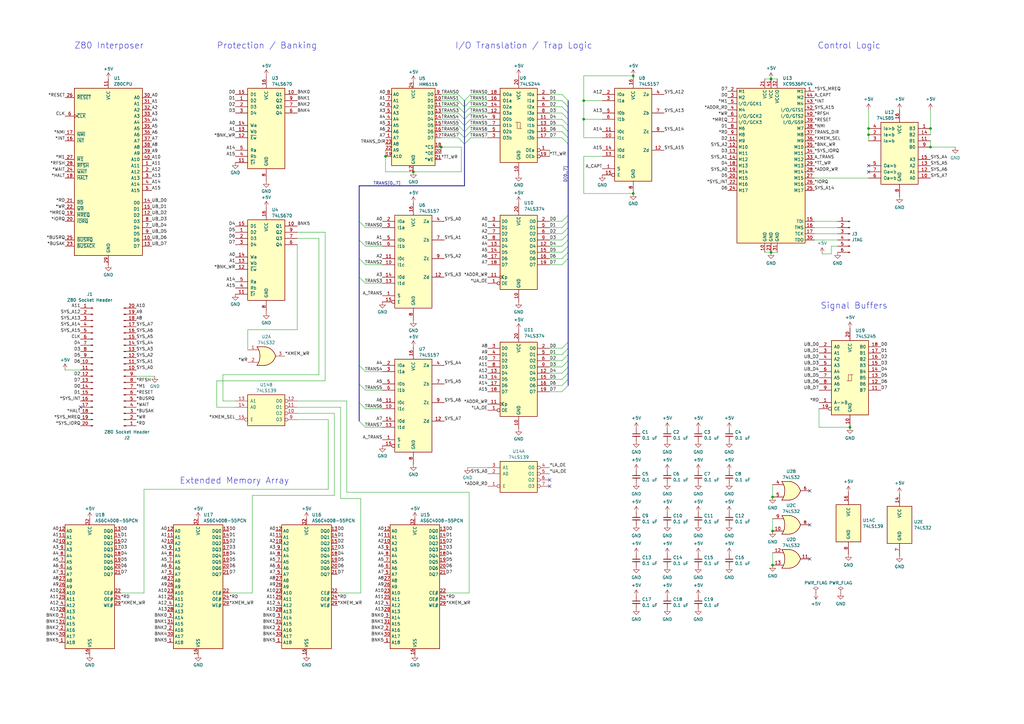
<source format=kicad_sch>
(kicad_sch (version 20230121) (generator eeschema)
  (paper "A3")
  (title_block (title "Z80 MEGAMAPPER (NABU Ver.)") (date "2024-06-08") (rev "0"))
  (lib_symbols
    (symbol "74xx:74LS139" (pin_names (offset 1.016))
      (property "Reference" "U" (at -7.62 8.89 0))
      (property "Value" "74LS139" (at -7.62 -8.89 0))
      (symbol "74LS139_1_0"
        (pin input inverted (at -12.7 -5.08 0) (length 5.08) (name "E") (number "1"))
        (pin input line (at -12.7 0 0) (length 5.08) (name "A0") (number "2"))
        (pin input line (at -12.7 2.54 0) (length 5.08) (name "A1") (number "3"))
        (pin output inverted (at 12.7 2.54 180) (length 5.08) (name "O0") (number "4"))
        (pin output inverted (at 12.7 0 180) (length 5.08) (name "O1") (number "5"))
        (pin output inverted (at 12.7 -2.54 180) (length 5.08) (name "O2") (number "6"))
        (pin output inverted (at 12.7 -5.08 180) (length 5.08) (name "O3") (number "7"))
      )
      (symbol "74LS139_2_0"
        (pin output inverted (at 12.7 -2.54 180) (length 5.08) (name "O2") (number "10"))
        (pin output inverted (at 12.7 0 180) (length 5.08) (name "O1") (number "11"))
        (pin output inverted (at 12.7 2.54 180) (length 5.08) (name "O0") (number "12"))
        (pin input line (at -12.7 2.54 0) (length 5.08) (name "A1") (number "13"))
        (pin input line (at -12.7 0 0) (length 5.08) (name "A0") (number "14"))
        (pin input inverted (at -12.7 -5.08 0) (length 5.08) (name "E") (number "15"))
        (pin output inverted (at 12.7 -5.08 180) (length 5.08) (name "O3") (number "9"))
      )
      (symbol "74LS139_3_0"
        (pin power_in line (at 0 12.7 270) (length 5.08) (name "VCC") (number "16"))
        (pin power_in line (at 0 -12.7 90) (length 5.08) (name "GND") (number "8"))
      )
    )
    (symbol "74xx:74LS157" (pin_names (offset 1.016))
      (property "Reference" "U" (at -7.62 19.05 0))
      (property "Value" "74LS157" (at -7.62 -21.59 0))
      (symbol "74LS157_1_0"
        (pin input line (at -12.7 -15.24 0) (length 5.08) (name "S") (number "1"))
        (pin input line (at -12.7 -2.54 0) (length 5.08) (name "I1c") (number "10"))
        (pin input line (at -12.7 0 0) (length 5.08) (name "I0c") (number "11"))
        (pin output line (at 12.7 -7.62 180) (length 5.08) (name "Zd") (number "12"))
        (pin input line (at -12.7 -10.16 0) (length 5.08) (name "I1d") (number "13"))
        (pin input line (at -12.7 -7.62 0) (length 5.08) (name "I0d") (number "14"))
        (pin input inverted (at -12.7 -17.78 0) (length 5.08) (name "E") (number "15"))
        (pin power_in line (at 0 22.86 270) (length 5.08) (name "VCC") (number "16"))
        (pin input line (at -12.7 15.24 0) (length 5.08) (name "I0a") (number "2"))
        (pin input line (at -12.7 12.7 0) (length 5.08) (name "I1a") (number "3"))
        (pin output line (at 12.7 15.24 180) (length 5.08) (name "Za") (number "4"))
        (pin input line (at -12.7 7.62 0) (length 5.08) (name "I0b") (number "5"))
        (pin input line (at -12.7 5.08 0) (length 5.08) (name "I1b") (number "6"))
        (pin output line (at 12.7 7.62 180) (length 5.08) (name "Zb") (number "7"))
        (pin power_in line (at 0 -25.4 90) (length 5.08) (name "GND") (number "8"))
        (pin output line (at 12.7 0 180) (length 5.08) (name "Zc") (number "9"))
      )
    )
    (symbol "74xx:74LS244" (pin_names (offset 1.016))
      (property "Reference" "U" (at -7.62 16.51 0))
      (property "Value" "74LS244" (at -7.62 -16.51 0))
      (symbol "74LS244_1_0"
        (pin input inverted (at -12.7 -10.16 0) (length 5.08) (name "OEa") (number "1"))
        (pin power_in line (at 0 -20.32 90) (length 5.08) (name "GND") (number "10"))
        (pin input line (at -12.7 2.54 0) (length 5.08) (name "I0b") (number "11"))
        (pin tri_state line (at 12.7 5.08 180) (length 5.08) (name "O3a") (number "12"))
        (pin input line (at -12.7 0 0) (length 5.08) (name "I1b") (number "13"))
        (pin tri_state line (at 12.7 7.62 180) (length 5.08) (name "O2a") (number "14"))
        (pin input line (at -12.7 -2.54 0) (length 5.08) (name "I2b") (number "15"))
        (pin tri_state line (at 12.7 10.16 180) (length 5.08) (name "O1a") (number "16"))
        (pin input line (at -12.7 -5.08 0) (length 5.08) (name "I3b") (number "17"))
        (pin tri_state line (at 12.7 12.7 180) (length 5.08) (name "O0a") (number "18"))
        (pin input inverted (at -12.7 -12.7 0) (length 5.08) (name "OEb") (number "19"))
        (pin input line (at -12.7 12.7 0) (length 5.08) (name "I0a") (number "2"))
        (pin power_in line (at 0 20.32 270) (length 5.08) (name "VCC") (number "20"))
        (pin tri_state line (at 12.7 -5.08 180) (length 5.08) (name "O3b") (number "3"))
        (pin input line (at -12.7 10.16 0) (length 5.08) (name "I1a") (number "4"))
        (pin tri_state line (at 12.7 -2.54 180) (length 5.08) (name "O2b") (number "5"))
        (pin input line (at -12.7 7.62 0) (length 5.08) (name "I2a") (number "6"))
        (pin tri_state line (at 12.7 0 180) (length 5.08) (name "O1b") (number "7"))
        (pin input line (at -12.7 5.08 0) (length 5.08) (name "I3a") (number "8"))
        (pin tri_state line (at 12.7 2.54 180) (length 5.08) (name "O0b") (number "9"))
      )
    )
    (symbol "74xx:74LS245" (pin_names (offset 1.016))
      (property "Reference" "U" (at -7.62 16.51 0))
      (property "Value" "74LS245" (at -7.62 -16.51 0))
      (symbol "74LS245_1_0"
        (pin input line (at -12.7 -10.16 0) (length 5.08) (name "A->B") (number "1"))
        (pin power_in line (at 0 -20.32 90) (length 5.08) (name "GND") (number "10"))
        (pin tri_state line (at 12.7 -5.08 180) (length 5.08) (name "B7") (number "11"))
        (pin tri_state line (at 12.7 -2.54 180) (length 5.08) (name "B6") (number "12"))
        (pin tri_state line (at 12.7 0 180) (length 5.08) (name "B5") (number "13"))
        (pin tri_state line (at 12.7 2.54 180) (length 5.08) (name "B4") (number "14"))
        (pin tri_state line (at 12.7 5.08 180) (length 5.08) (name "B3") (number "15"))
        (pin tri_state line (at 12.7 7.62 180) (length 5.08) (name "B2") (number "16"))
        (pin tri_state line (at 12.7 10.16 180) (length 5.08) (name "B1") (number "17"))
        (pin tri_state line (at 12.7 12.7 180) (length 5.08) (name "B0") (number "18"))
        (pin input inverted (at -12.7 -12.7 0) (length 5.08) (name "CE") (number "19"))
        (pin tri_state line (at -12.7 12.7 0) (length 5.08) (name "A0") (number "2"))
        (pin power_in line (at 0 20.32 270) (length 5.08) (name "VCC") (number "20"))
        (pin tri_state line (at -12.7 10.16 0) (length 5.08) (name "A1") (number "3"))
        (pin tri_state line (at -12.7 7.62 0) (length 5.08) (name "A2") (number "4"))
        (pin tri_state line (at -12.7 5.08 0) (length 5.08) (name "A3") (number "5"))
        (pin tri_state line (at -12.7 2.54 0) (length 5.08) (name "A4") (number "6"))
        (pin tri_state line (at -12.7 0 0) (length 5.08) (name "A5") (number "7"))
        (pin tri_state line (at -12.7 -2.54 0) (length 5.08) (name "A6") (number "8"))
        (pin tri_state line (at -12.7 -5.08 0) (length 5.08) (name "A7") (number "9"))
      )
    )
    (symbol "74xx:74LS32" (pin_names (offset 1.016))
      (property "Reference" "U" (at 0 1.27 0))
      (property "Value" "74LS32" (at 0 -1.27 0))
      (symbol "74LS32_1_1"
        (pin input line (at -7.62 2.54 0) (length 4.318) (name "~") (number "1"))
        (pin input line (at -7.62 -2.54 0) (length 4.318) (name "~") (number "2"))
        (pin output line (at 7.62 0 180) (length 3.81) (name "~") (number "3"))
      )
      (symbol "74LS32_1_2"
        (pin input inverted (at -7.62 2.54 0) (length 3.81) (name "~") (number "1"))
        (pin input inverted (at -7.62 -2.54 0) (length 3.81) (name "~") (number "2"))
        (pin output inverted (at 7.62 0 180) (length 3.81) (name "~") (number "3"))
      )
      (symbol "74LS32_2_1"
        (pin input line (at -7.62 2.54 0) (length 4.318) (name "~") (number "4"))
        (pin input line (at -7.62 -2.54 0) (length 4.318) (name "~") (number "5"))
        (pin output line (at 7.62 0 180) (length 3.81) (name "~") (number "6"))
      )
      (symbol "74LS32_2_2"
        (pin input inverted (at -7.62 2.54 0) (length 3.81) (name "~") (number "4"))
        (pin input inverted (at -7.62 -2.54 0) (length 3.81) (name "~") (number "5"))
        (pin output inverted (at 7.62 0 180) (length 3.81) (name "~") (number "6"))
      )
      (symbol "74LS32_3_1"
        (pin input line (at -7.62 -2.54 0) (length 4.318) (name "~") (number "10"))
        (pin output line (at 7.62 0 180) (length 3.81) (name "~") (number "8"))
        (pin input line (at -7.62 2.54 0) (length 4.318) (name "~") (number "9"))
      )
      (symbol "74LS32_3_2"
        (pin input inverted (at -7.62 -2.54 0) (length 3.81) (name "~") (number "10"))
        (pin output inverted (at 7.62 0 180) (length 3.81) (name "~") (number "8"))
        (pin input inverted (at -7.62 2.54 0) (length 3.81) (name "~") (number "9"))
      )
      (symbol "74LS32_4_1"
        (pin output line (at 7.62 0 180) (length 3.81) (name "~") (number "11"))
        (pin input line (at -7.62 2.54 0) (length 4.318) (name "~") (number "12"))
        (pin input line (at -7.62 -2.54 0) (length 4.318) (name "~") (number "13"))
      )
      (symbol "74LS32_4_2"
        (pin output inverted (at 7.62 0 180) (length 3.81) (name "~") (number "11"))
        (pin input inverted (at -7.62 2.54 0) (length 3.81) (name "~") (number "12"))
        (pin input inverted (at -7.62 -2.54 0) (length 3.81) (name "~") (number "13"))
      )
      (symbol "74LS32_5_0"
        (pin power_in line (at 0 12.7 270) (length 5.08) (name "VCC") (number "14"))
        (pin power_in line (at 0 -12.7 90) (length 5.08) (name "GND") (number "7"))
      )
    )
    (symbol "74xx:74LS374"
      (property "Reference" "U" (at -7.62 16.51 0))
      (property "Value" "74LS374" (at -7.62 -16.51 0))
      (symbol "74LS374_1_0"
        (pin input inverted (at -12.7 -12.7 0) (length 5.08) (name "OE") (number "1"))
        (pin power_in line (at 0 -20.32 90) (length 5.08) (name "GND") (number "10"))
        (pin input clock (at -12.7 -10.16 0) (length 5.08) (name "Cp") (number "11"))
        (pin tri_state line (at 12.7 2.54 180) (length 5.08) (name "O4") (number "12"))
        (pin input line (at -12.7 2.54 0) (length 5.08) (name "D4") (number "13"))
        (pin input line (at -12.7 0 0) (length 5.08) (name "D5") (number "14"))
        (pin tri_state line (at 12.7 0 180) (length 5.08) (name "O5") (number "15"))
        (pin tri_state line (at 12.7 -2.54 180) (length 5.08) (name "O6") (number "16"))
        (pin input line (at -12.7 -2.54 0) (length 5.08) (name "D6") (number "17"))
        (pin input line (at -12.7 -5.08 0) (length 5.08) (name "D7") (number "18"))
        (pin tri_state line (at 12.7 -5.08 180) (length 5.08) (name "O7") (number "19"))
        (pin tri_state line (at 12.7 12.7 180) (length 5.08) (name "O0") (number "2"))
        (pin power_in line (at 0 20.32 270) (length 5.08) (name "VCC") (number "20"))
        (pin input line (at -12.7 12.7 0) (length 5.08) (name "D0") (number "3"))
        (pin input line (at -12.7 10.16 0) (length 5.08) (name "D1") (number "4"))
        (pin tri_state line (at 12.7 10.16 180) (length 5.08) (name "O1") (number "5"))
        (pin tri_state line (at 12.7 7.62 180) (length 5.08) (name "O2") (number "6"))
        (pin input line (at -12.7 7.62 0) (length 5.08) (name "D2") (number "7"))
        (pin input line (at -12.7 5.08 0) (length 5.08) (name "D3") (number "8"))
        (pin tri_state line (at 12.7 5.08 180) (length 5.08) (name "O3") (number "9"))
      )
    )
    (symbol "74xx:74LS670" (pin_names (offset 1.016))
      (property "Reference" "U" (at -7.62 16.51 0))
      (property "Value" "74LS670" (at -7.62 -19.05 0))
      (symbol "74LS670_1_0"
        (pin input line (at -12.7 10.16 0) (length 5.08) (name "D2") (number "1"))
        (pin tri_state line (at 12.7 12.7 180) (length 5.08) (name "Q1") (number "10"))
        (pin input line (at -12.7 -15.24 0) (length 5.08) (name "~{Er}") (number "11"))
        (pin input line (at -12.7 -5.08 0) (length 5.08) (name "~{Ew}") (number "12"))
        (pin input line (at -12.7 -2.54 0) (length 5.08) (name "Wb") (number "13"))
        (pin input line (at -12.7 0 0) (length 5.08) (name "Wa") (number "14"))
        (pin input line (at -12.7 12.7 0) (length 5.08) (name "D1") (number "15"))
        (pin power_in line (at 0 20.32 270) (length 5.08) (name "VCC") (number "16"))
        (pin input line (at -12.7 7.62 0) (length 5.08) (name "D3") (number "2"))
        (pin input line (at -12.7 5.08 0) (length 5.08) (name "D4") (number "3"))
        (pin input line (at -12.7 -12.7 0) (length 5.08) (name "Rb") (number "4"))
        (pin input line (at -12.7 -10.16 0) (length 5.08) (name "Ra") (number "5"))
        (pin tri_state line (at 12.7 5.08 180) (length 5.08) (name "Q4") (number "6"))
        (pin tri_state line (at 12.7 7.62 180) (length 5.08) (name "Q3") (number "7"))
        (pin power_in line (at 0 -22.86 90) (length 5.08) (name "GND") (number "8"))
        (pin tri_state line (at 12.7 10.16 180) (length 5.08) (name "Q2") (number "9"))
      )
    )
    (symbol "74xx:74LS85" (pin_names (offset 1.016))
      (property "Reference" "U" (at -7.62 13.97 0))
      (property "Value" "74LS85" (at -7.62 -13.97 0))
      (symbol "74LS85_1_0"
        (pin input line (at -12.7 10.16 0) (length 5.08) (name "B3") (number "1"))
        (pin input line (at -12.7 -10.16 0) (length 5.08) (name "A0") (number "10"))
        (pin input line (at -12.7 5.08 0) (length 5.08) (name "B1") (number "11"))
        (pin input line (at -12.7 -7.62 0) (length 5.08) (name "A1") (number "12"))
        (pin input line (at -12.7 -5.08 0) (length 5.08) (name "A2") (number "13"))
        (pin input line (at -12.7 7.62 0) (length 5.08) (name "B2") (number "14"))
        (pin input line (at -12.7 -2.54 0) (length 5.08) (name "A3") (number "15"))
        (pin power_in line (at 0 17.78 270) (length 5.08) (name "VCC") (number "16"))
        (pin input line (at 12.7 7.62 180) (length 5.08) (name "Ia<b") (number "2"))
        (pin input line (at 12.7 5.08 180) (length 5.08) (name "Ia=b") (number "3"))
        (pin input line (at 12.7 10.16 180) (length 5.08) (name "Ia>b") (number "4"))
        (pin output line (at 12.7 -5.08 180) (length 5.08) (name "Oa>b") (number "5"))
        (pin output line (at 12.7 -10.16 180) (length 5.08) (name "Oa=b") (number "6"))
        (pin output line (at 12.7 -7.62 180) (length 5.08) (name "Oa<b") (number "7"))
        (pin power_in line (at 0 -17.78 90) (length 5.08) (name "GND") (number "8"))
        (pin input line (at -12.7 2.54 0) (length 5.08) (name "B0") (number "9"))
      )
    )
    (symbol "CPLD_Xilinx:XC9536PC44"
      (property "Reference" "U" (at -13.97 33.02 0))
      (property "Value" "XC9536PC44" (at -13.97 -33.02 0))
      (symbol "XC9536PC44_1_1"
        (pin bidirectional line (at 17.78 30.48 180) (length 3.81) (name "M1") (number "1"))
        (pin power_in line (at -2.54 -35.56 90) (length 3.81) (name "GND") (number "10"))
        (pin bidirectional line (at -17.78 10.16 0) (length 3.81) (name "M9") (number "11"))
        (pin bidirectional line (at -17.78 7.62 0) (length 3.81) (name "M10") (number "12"))
        (pin bidirectional line (at -17.78 5.08 0) (length 3.81) (name "M11") (number "13"))
        (pin bidirectional line (at -17.78 2.54 0) (length 3.81) (name "M12") (number "14"))
        (pin input line (at 17.78 -22.86 180) (length 3.81) (name "TDI") (number "15"))
        (pin input line (at 17.78 -25.4 180) (length 3.81) (name "TMS") (number "16"))
        (pin input line (at 17.78 -27.94 180) (length 3.81) (name "TCK") (number "17"))
        (pin bidirectional line (at -17.78 0 0) (length 3.81) (name "M13") (number "18"))
        (pin bidirectional line (at -17.78 -2.54 0) (length 3.81) (name "M14") (number "19"))
        (pin bidirectional line (at -17.78 30.48 0) (length 3.81) (name "M1") (number "2"))
        (pin bidirectional line (at -17.78 -5.08 0) (length 3.81) (name "M15") (number "20"))
        (pin power_in line (at -2.54 35.56 270) (length 3.81) (name "VCC") (number "21"))
        (pin bidirectional line (at -17.78 -7.62 0) (length 3.81) (name "M16") (number "22"))
        (pin power_in line (at 0 -35.56 90) (length 3.81) (name "GND") (number "23"))
        (pin bidirectional line (at -17.78 -10.16 0) (length 3.81) (name "M17") (number "24"))
        (pin bidirectional line (at 17.78 -10.16 180) (length 3.81) (name "M17") (number "25"))
        (pin bidirectional line (at 17.78 -7.62 180) (length 3.81) (name "M16") (number "26"))
        (pin bidirectional line (at 17.78 -5.08 180) (length 3.81) (name "M15") (number "27"))
        (pin bidirectional line (at 17.78 -2.54 180) (length 3.81) (name "M14") (number "28"))
        (pin bidirectional line (at 17.78 0 180) (length 3.81) (name "M13") (number "29"))
        (pin bidirectional line (at -17.78 27.94 0) (length 3.81) (name "M2") (number "3"))
        (pin output line (at 17.78 -30.48 180) (length 3.81) (name "TDO") (number "30"))
        (pin power_in line (at 2.54 -35.56 90) (length 3.81) (name "GND") (number "31"))
        (pin power_in line (at 2.54 35.56 270) (length 3.81) (name "VCCIO") (number "32"))
        (pin bidirectional line (at 17.78 2.54 180) (length 3.81) (name "M12") (number "33"))
        (pin bidirectional line (at 17.78 5.08 180) (length 3.81) (name "M11") (number "34"))
        (pin bidirectional line (at 17.78 7.62 180) (length 3.81) (name "M10") (number "35"))
        (pin bidirectional line (at 17.78 10.16 180) (length 3.81) (name "M9") (number "36"))
        (pin bidirectional line (at 17.78 12.7 180) (length 3.81) (name "M8") (number "37"))
        (pin bidirectional line (at 17.78 15.24 180) (length 3.81) (name "M7") (number "38"))
        (pin bidirectional line (at 17.78 17.78 180) (length 3.81) (name "I/O/GSR") (number "39"))
        (pin bidirectional line (at -17.78 22.86 0) (length 3.81) (name "M4") (number "4"))
        (pin bidirectional line (at 17.78 20.32 180) (length 3.81) (name "I/O/GTS2") (number "40"))
        (pin power_in line (at 0 35.56 270) (length 3.81) (name "VCC") (number "41"))
        (pin bidirectional line (at 17.78 22.86 180) (length 3.81) (name "I/O/GTS1") (number "42"))
        (pin bidirectional line (at 17.78 25.4 180) (length 3.81) (name "M4") (number "43"))
        (pin bidirectional line (at 17.78 27.94 180) (length 3.81) (name "M2") (number "44"))
        (pin bidirectional line (at -17.78 25.4 0) (length 3.81) (name "I/O/GCK1") (number "5"))
        (pin bidirectional line (at -17.78 20.32 0) (length 3.81) (name "I/O/GCK2") (number "6"))
        (pin bidirectional line (at -17.78 17.78 0) (length 3.81) (name "I/O/GCK3") (number "7"))
        (pin bidirectional line (at -17.78 15.24 0) (length 3.81) (name "M6") (number "8"))
        (pin bidirectional line (at -17.78 12.7 0) (length 3.81) (name "M8") (number "9"))
      )
    )
    (symbol "CPU:Z80CPU" (pin_names (offset 1.016))
      (property "Reference" "U" (at -13.97 35.56 0))
      (property "Value" "Z80CPU" (at 6.35 35.56 0))
      (symbol "Z80CPU_1_1"
        (pin output line (at 17.78 2.54 180) (length 3.81) (name "A11") (number "1"))
        (pin bidirectional line (at 17.78 -27.94 180) (length 3.81) (name "D6") (number "10"))
        (pin power_in line (at 0 38.1 270) (length 3.81) (name "VCC") (number "11"))
        (pin bidirectional line (at 17.78 -17.78 180) (length 3.81) (name "D2") (number "12"))
        (pin bidirectional line (at 17.78 -30.48 180) (length 3.81) (name "D7") (number "13"))
        (pin bidirectional line (at 17.78 -12.7 180) (length 3.81) (name "D0") (number "14"))
        (pin bidirectional line (at 17.78 -15.24 180) (length 3.81) (name "D1") (number "15"))
        (pin input line (at -17.78 12.7 0) (length 3.81) (name "~{INT}") (number "16"))
        (pin input line (at -17.78 15.24 0) (length 3.81) (name "~{NMI}") (number "17"))
        (pin output line (at -17.78 -2.54 0) (length 3.81) (name "~{HALT}") (number "18"))
        (pin output line (at -17.78 -17.78 0) (length 3.81) (name "~{MREQ}") (number "19"))
        (pin output line (at 17.78 0 180) (length 3.81) (name "A12") (number "2"))
        (pin output line (at -17.78 -20.32 0) (length 3.81) (name "~{IORQ}") (number "20"))
        (pin output line (at -17.78 -12.7 0) (length 3.81) (name "~{RD}") (number "21"))
        (pin output line (at -17.78 -15.24 0) (length 3.81) (name "~{WR}") (number "22"))
        (pin output line (at -17.78 -30.48 0) (length 3.81) (name "~{BUSACK}") (number "23"))
        (pin input line (at -17.78 0 0) (length 3.81) (name "~{WAIT}") (number "24"))
        (pin input line (at -17.78 -27.94 0) (length 3.81) (name "~{BUSRQ}") (number "25"))
        (pin input line (at -17.78 30.48 0) (length 3.81) (name "~{RESET}") (number "26"))
        (pin output line (at -17.78 5.08 0) (length 3.81) (name "~{M1}") (number "27"))
        (pin output line (at -17.78 2.54 0) (length 3.81) (name "~{RFSH}") (number "28"))
        (pin power_in line (at 0 -38.1 90) (length 3.81) (name "GND") (number "29"))
        (pin output line (at 17.78 -2.54 180) (length 3.81) (name "A13") (number "3"))
        (pin output line (at 17.78 30.48 180) (length 3.81) (name "A0") (number "30"))
        (pin output line (at 17.78 27.94 180) (length 3.81) (name "A1") (number "31"))
        (pin output line (at 17.78 25.4 180) (length 3.81) (name "A2") (number "32"))
        (pin output line (at 17.78 22.86 180) (length 3.81) (name "A3") (number "33"))
        (pin output line (at 17.78 20.32 180) (length 3.81) (name "A4") (number "34"))
        (pin output line (at 17.78 17.78 180) (length 3.81) (name "A5") (number "35"))
        (pin output line (at 17.78 15.24 180) (length 3.81) (name "A6") (number "36"))
        (pin output line (at 17.78 12.7 180) (length 3.81) (name "A7") (number "37"))
        (pin output line (at 17.78 10.16 180) (length 3.81) (name "A8") (number "38"))
        (pin output line (at 17.78 7.62 180) (length 3.81) (name "A9") (number "39"))
        (pin output line (at 17.78 -5.08 180) (length 3.81) (name "A14") (number "4"))
        (pin output line (at 17.78 5.08 180) (length 3.81) (name "A10") (number "40"))
        (pin output line (at 17.78 -7.62 180) (length 3.81) (name "A15") (number "5"))
        (pin input clock (at -17.78 22.86 0) (length 3.81) (name "~{CLK}") (number "6"))
        (pin bidirectional line (at 17.78 -22.86 180) (length 3.81) (name "D4") (number "7"))
        (pin bidirectional line (at 17.78 -20.32 180) (length 3.81) (name "D3") (number "8"))
        (pin bidirectional line (at 17.78 -25.4 180) (length 3.81) (name "D5") (number "9"))
      )
    )
    (symbol "Connector:Conn_01x06_Pin" (pin_names (offset 1.016) hide)
      (property "Reference" "J" (at 0 7.62 0))
      (property "Value" "Conn_01x06_Pin" (at 0 -10.16 0))
      (symbol "Conn_01x06_Pin_1_1"
        (pin passive line (at 5.08 5.08 180) (length 3.81) (name "Pin_1") (number "1"))
        (pin passive line (at 5.08 2.54 180) (length 3.81) (name "Pin_2") (number "2"))
        (pin passive line (at 5.08 0 180) (length 3.81) (name "Pin_3") (number "3"))
        (pin passive line (at 5.08 -2.54 180) (length 3.81) (name "Pin_4") (number "4"))
        (pin passive line (at 5.08 -5.08 180) (length 3.81) (name "Pin_5") (number "5"))
        (pin passive line (at 5.08 -7.62 180) (length 3.81) (name "Pin_6") (number "6"))
      )
    )
    (symbol "Connector:Conn_01x20_Pin" (pin_names (offset 1.016) hide)
      (property "Reference" "J" (at 0 25.4 0))
      (property "Value" "Conn_01x20_Pin" (at 0 -27.94 0))
      (symbol "Conn_01x20_Pin_1_1"
        (pin passive line (at 5.08 22.86 180) (length 3.81) (name "Pin_1") (number "1"))
        (pin passive line (at 5.08 0 180) (length 3.81) (name "Pin_10") (number "10"))
        (pin passive line (at 5.08 -2.54 180) (length 3.81) (name "Pin_11") (number "11"))
        (pin passive line (at 5.08 -5.08 180) (length 3.81) (name "Pin_12") (number "12"))
        (pin passive line (at 5.08 -7.62 180) (length 3.81) (name "Pin_13") (number "13"))
        (pin passive line (at 5.08 -10.16 180) (length 3.81) (name "Pin_14") (number "14"))
        (pin passive line (at 5.08 -12.7 180) (length 3.81) (name "Pin_15") (number "15"))
        (pin passive line (at 5.08 -15.24 180) (length 3.81) (name "Pin_16") (number "16"))
        (pin passive line (at 5.08 -17.78 180) (length 3.81) (name "Pin_17") (number "17"))
        (pin passive line (at 5.08 -20.32 180) (length 3.81) (name "Pin_18") (number "18"))
        (pin passive line (at 5.08 -22.86 180) (length 3.81) (name "Pin_19") (number "19"))
        (pin passive line (at 5.08 20.32 180) (length 3.81) (name "Pin_2") (number "2"))
        (pin passive line (at 5.08 -25.4 180) (length 3.81) (name "Pin_20") (number "20"))
        (pin passive line (at 5.08 17.78 180) (length 3.81) (name "Pin_3") (number "3"))
        (pin passive line (at 5.08 15.24 180) (length 3.81) (name "Pin_4") (number "4"))
        (pin passive line (at 5.08 12.7 180) (length 3.81) (name "Pin_5") (number "5"))
        (pin passive line (at 5.08 10.16 180) (length 3.81) (name "Pin_6") (number "6"))
        (pin passive line (at 5.08 7.62 180) (length 3.81) (name "Pin_7") (number "7"))
        (pin passive line (at 5.08 5.08 180) (length 3.81) (name "Pin_8") (number "8"))
        (pin passive line (at 5.08 2.54 180) (length 3.81) (name "Pin_9") (number "9"))
      )
    )
    (symbol "Custom:HM6116"
      (property "Reference" "U" (at 1.27 3.81 0))
      (property "Value" "HM6116" (at 1.27 1.27 0))
      (symbol "HM6116_1_1"
        (pin input line (at -11.43 -20.32 0) (length 2.54) (name "A7") (number "1"))
        (pin bidirectional line (at 11.43 -5.08 180) (length 2.54) (name "D1") (number "10"))
        (pin bidirectional line (at 11.43 -7.62 180) (length 2.54) (name "D2") (number "11"))
        (pin power_in line (at 0 -34.29 90) (length 2.54) (name "GND") (number "12"))
        (pin bidirectional line (at 11.43 -10.16 180) (length 2.54) (name "D3") (number "13"))
        (pin bidirectional line (at 11.43 -12.7 180) (length 2.54) (name "D4") (number "14"))
        (pin bidirectional line (at 11.43 -15.24 180) (length 2.54) (name "D5") (number "15"))
        (pin bidirectional line (at 11.43 -17.78 180) (length 2.54) (name "D6") (number "16"))
        (pin bidirectional line (at 11.43 -20.32 180) (length 2.54) (name "D7") (number "17"))
        (pin input line (at 11.43 -24.13 180) (length 2.54) (name "*CS") (number "18"))
        (pin input line (at -11.43 -27.94 0) (length 2.54) (name "A10") (number "19"))
        (pin input line (at -11.43 -17.78 0) (length 2.54) (name "A6") (number "2"))
        (pin input line (at 11.43 -26.67 180) (length 2.54) (name "*OE") (number "20"))
        (pin input line (at 11.43 -29.21 180) (length 2.54) (name "*WE") (number "21"))
        (pin input line (at -11.43 -25.4 0) (length 2.54) (name "A9") (number "22"))
        (pin input line (at -11.43 -22.86 0) (length 2.54) (name "A8") (number "23"))
        (pin power_in line (at 0 2.54 270) (length 2.54) (name "VCC") (number "24"))
        (pin input line (at -11.43 -15.24 0) (length 2.54) (name "A5") (number "3"))
        (pin input line (at -11.43 -12.7 0) (length 2.54) (name "A4") (number "4"))
        (pin input line (at -11.43 -10.16 0) (length 2.54) (name "A3") (number "5"))
        (pin input line (at -11.43 -7.62 0) (length 2.54) (name "A2") (number "6"))
        (pin input line (at -11.43 -5.08 0) (length 2.54) (name "A1") (number "7"))
        (pin input line (at -11.43 -2.54 0) (length 2.54) (name "A0") (number "8"))
        (pin bidirectional line (at 11.43 -2.54 180) (length 2.54) (name "D0") (number "9"))
      )
    )
    (symbol "Device:C_Small" (pin_numbers hide) (pin_names (offset 0.254) hide)
      (property "Reference" "C" (at 0.254 1.778 0))
      (property "Value" "C_Small" (at 0.254 -2.032 0))
      (symbol "C_Small_1_1"
        (pin passive line (at 0 2.54 270) (length 2.032) (name "~") (number "1"))
        (pin passive line (at 0 -2.54 90) (length 2.032) (name "~") (number "2"))
      )
    )
    (symbol "Memory_RAM:AS6C4008-55PCN"
      (property "Reference" "U" (at -10.16 26.035 0))
      (property "Value" "AS6C4008-55PCN" (at 2.54 26.035 0))
      (symbol "AS6C4008-55PCN_0_0"
        (pin power_in line (at 0 -27.94 90) (length 2.54) (name "VSS") (number "16"))
        (pin power_in line (at 0 27.94 270) (length 2.54) (name "VCC") (number "32"))
      )
      (symbol "AS6C4008-55PCN_1_1"
        (pin input line (at -12.7 -22.86 0) (length 2.54) (name "A18") (number "1"))
        (pin input line (at -12.7 17.78 0) (length 2.54) (name "A2") (number "10"))
        (pin input line (at -12.7 20.32 0) (length 2.54) (name "A1") (number "11"))
        (pin input line (at -12.7 22.86 0) (length 2.54) (name "A0") (number "12"))
        (pin tri_state line (at 12.7 22.86 180) (length 2.54) (name "DQ0") (number "13"))
        (pin tri_state line (at 12.7 20.32 180) (length 2.54) (name "DQ1") (number "14"))
        (pin tri_state line (at 12.7 17.78 180) (length 2.54) (name "DQ2") (number "15"))
        (pin tri_state line (at 12.7 15.24 180) (length 2.54) (name "DQ3") (number "17"))
        (pin tri_state line (at 12.7 12.7 180) (length 2.54) (name "DQ4") (number "18"))
        (pin tri_state line (at 12.7 10.16 180) (length 2.54) (name "DQ5") (number "19"))
        (pin input line (at -12.7 -17.78 0) (length 2.54) (name "A16") (number "2"))
        (pin tri_state line (at 12.7 7.62 180) (length 2.54) (name "DQ6") (number "20"))
        (pin tri_state line (at 12.7 5.08 180) (length 2.54) (name "DQ7") (number "21"))
        (pin input line (at 12.7 -2.54 180) (length 2.54) (name "CE#") (number "22"))
        (pin input line (at -12.7 -2.54 0) (length 2.54) (name "A10") (number "23"))
        (pin input line (at 12.7 -5.08 180) (length 2.54) (name "OE#") (number "24"))
        (pin input line (at -12.7 -5.08 0) (length 2.54) (name "A11") (number "25"))
        (pin input line (at -12.7 0 0) (length 2.54) (name "A9") (number "26"))
        (pin input line (at -12.7 2.54 0) (length 2.54) (name "A8") (number "27"))
        (pin input line (at -12.7 -10.16 0) (length 2.54) (name "A13") (number "28"))
        (pin input line (at 12.7 -7.62 180) (length 2.54) (name "WE#") (number "29"))
        (pin input line (at -12.7 -12.7 0) (length 2.54) (name "A14") (number "3"))
        (pin input line (at -12.7 -20.32 0) (length 2.54) (name "A17") (number "30"))
        (pin input line (at -12.7 -15.24 0) (length 2.54) (name "A15") (number "31"))
        (pin input line (at -12.7 -7.62 0) (length 2.54) (name "A12") (number "4"))
        (pin input line (at -12.7 5.08 0) (length 2.54) (name "A7") (number "5"))
        (pin input line (at -12.7 7.62 0) (length 2.54) (name "A6") (number "6"))
        (pin input line (at -12.7 10.16 0) (length 2.54) (name "A5") (number "7"))
        (pin input line (at -12.7 12.7 0) (length 2.54) (name "A4") (number "8"))
        (pin input line (at -12.7 15.24 0) (length 2.54) (name "A3") (number "9"))
      )
    )
    (symbol "power:+5V" (power) (pin_names (offset 0))
      (property "Value" "+5V" (at 0 3.556 0))
      (symbol "+5V_1_1"
        (pin power_in line (at 0 0 90) (length 0) hide (name "+5V") (number "1"))
      )
    )
    (symbol "power:GND" (power) (pin_names (offset 0))
      (property "Value" "GND" (at 0 -3.81 0))
      (symbol "GND_1_1"
        (pin power_in line (at 0 0 270) (length 0) hide (name "GND") (number "1"))
      )
    )
    (symbol "power:PWR_FLAG" (power) (pin_numbers hide) (pin_names (offset 0) hide)
      (property "Value" "PWR_FLAG" (at 0 3.81 0))
      (symbol "PWR_FLAG_0_0"
        (pin power_out line (at 0 0 90) (length 0) (name "pwr") (number "1"))
      )
    )
  )
  (junction (at 316.23 103.505))
  (junction (at 381.635 52.705))
  (junction (at 316.865 217.805))
  (junction (at 316.865 203.835))
  (junction (at 169.545 70.485))
  (junction (at 356.235 52.705))
  (junction (at 180.975 60.325))
  (junction (at 381.635 60.325))
  (junction (at 348.615 175.26))
  (junction (at 239.395 48.895))
  (junction (at 239.395 41.275))
  (junction (at 316.23 32.385))
  (junction (at 158.115 64.135))
  (junction (at 316.865 231.775))
  (junction (at 259.715 31.115))
  (junction (at 259.715 79.375))
  (junction (at 356.235 55.245))
  (no_connect (at 225.425 199.39))
  (no_connect (at 332.105 229.235))
  (no_connect (at 33.02 167.005))
  (no_connect (at 225.425 196.85))
  (no_connect (at 356.235 67.945))
  (no_connect (at 356.235 70.485))
  (no_connect (at 332.105 201.295))
  (no_connect (at 332.105 215.265))
  (bus_entry (at 233.045 51.435) (size -2.54 -2.54))
  (bus_entry (at 233.045 93.345) (size -2.54 2.54))
  (bus_entry (at 233.045 106.045) (size -2.54 2.54))
  (bus_entry (at 233.045 48.895) (size -2.54 -2.54))
  (bus_entry (at 233.045 43.815) (size -2.54 -2.54))
  (bus_entry (at 190.5 53.975) (size -2.54 -2.54))
  (bus_entry (at 190.5 48.895) (size 2.54 -2.54))
  (bus_entry (at 233.045 98.425) (size -2.54 2.54))
  (bus_entry (at 233.045 46.355) (size -2.54 -2.54))
  (bus_entry (at 190.5 43.815) (size 2.54 -2.54))
  (bus_entry (at 233.045 56.515) (size -2.54 -2.54))
  (bus_entry (at 190.5 59.055) (size 2.54 -2.54))
  (bus_entry (at 233.045 100.965) (size -2.54 2.54))
  (bus_entry (at 233.045 140.335) (size -2.54 2.54))
  (bus_entry (at 147.32 113.665) (size 2.54 2.54))
  (bus_entry (at 190.5 56.515) (size 2.54 -2.54))
  (bus_entry (at 147.32 172.72) (size 2.54 2.54))
  (bus_entry (at 190.5 51.435) (size -2.54 -2.54))
  (bus_entry (at 233.045 88.265) (size -2.54 2.54))
  (bus_entry (at 233.045 59.055) (size -2.54 -2.54))
  (bus_entry (at 233.045 150.495) (size -2.54 2.54))
  (bus_entry (at 190.5 41.275) (size -2.54 -2.54))
  (bus_entry (at 233.045 147.955) (size -2.54 2.54))
  (bus_entry (at 190.5 43.815) (size -2.54 -2.54))
  (bus_entry (at 190.5 56.515) (size -2.54 -2.54))
  (bus_entry (at 233.045 103.505) (size -2.54 2.54))
  (bus_entry (at 233.045 53.975) (size -2.54 -2.54))
  (bus_entry (at 233.045 158.115) (size -2.54 2.54))
  (bus_entry (at 233.045 155.575) (size -2.54 2.54))
  (bus_entry (at 233.045 90.805) (size -2.54 2.54))
  (bus_entry (at 233.045 95.885) (size -2.54 2.54))
  (bus_entry (at 190.5 59.055) (size -2.54 -2.54))
  (bus_entry (at 233.045 41.275) (size -2.54 -2.54))
  (bus_entry (at 190.5 41.275) (size 2.54 -2.54))
  (bus_entry (at 233.045 145.415) (size -2.54 2.54))
  (bus_entry (at 147.32 165.1) (size 2.54 2.54))
  (bus_entry (at 190.5 46.355) (size -2.54 -2.54))
  (bus_entry (at 147.32 157.48) (size 2.54 2.54))
  (bus_entry (at 147.32 106.045) (size 2.54 2.54))
  (bus_entry (at 190.5 53.975) (size 2.54 -2.54))
  (bus_entry (at 190.5 48.895) (size -2.54 -2.54))
  (bus_entry (at 147.32 90.805) (size 2.54 2.54))
  (bus_entry (at 190.5 51.435) (size 2.54 -2.54))
  (bus_entry (at 233.045 153.035) (size -2.54 2.54))
  (bus_entry (at 147.32 149.86) (size 2.54 2.54))
  (bus_entry (at 190.5 46.355) (size 2.54 -2.54))
  (bus_entry (at 147.32 98.425) (size 2.54 2.54))
  (bus_entry (at 233.045 142.875) (size -2.54 2.54))
  (wire (pts (xy 193.04 41.275) (xy 200.025 41.275)))
  (wire (pts (xy 334.01 73.025) (xy 356.235 73.025)))
  (bus (pts (xy 233.045 145.415) (xy 233.045 147.955)))
  (wire (pts (xy 137.16 169.545) (xy 137.16 203.2)))
  (wire (pts (xy 334.01 98.425) (xy 343.535 98.425)))
  (wire (pts (xy 139.7 167.005) (xy 139.7 204.47)))
  (bus (pts (xy 233.045 147.955) (xy 233.045 150.495)))
  (wire (pts (xy 121.92 172.085) (xy 134.62 172.085)))
  (wire (pts (xy 340.995 100.965) (xy 343.535 100.965)))
  (bus (pts (xy 233.045 46.355) (xy 233.045 48.895)))
  (wire (pts (xy 139.7 204.47) (xy 147.955 204.47)))
  (wire (pts (xy 59.055 200.66) (xy 59.055 243.205)))
  (bus (pts (xy 147.32 157.48) (xy 147.32 165.1)))
  (bus (pts (xy 233.045 90.805) (xy 233.045 93.345)))
  (wire (pts (xy 225.425 153.035) (xy 230.505 153.035)))
  (bus (pts (xy 190.5 59.055) (xy 190.5 76.2)))
  (wire (pts (xy 191.77 191.77) (xy 200.025 191.77)))
  (wire (pts (xy 121.92 169.545) (xy 137.16 169.545)))
  (bus (pts (xy 190.5 51.435) (xy 190.5 53.975)))
  (wire (pts (xy 225.425 41.275) (xy 230.505 41.275)))
  (wire (pts (xy 313.69 103.505) (xy 316.23 103.505)))
  (wire (pts (xy 59.055 200.66) (xy 134.62 200.66)))
  (wire (pts (xy 313.69 32.385) (xy 316.23 32.385)))
  (wire (pts (xy 381.635 57.785) (xy 381.635 60.325)))
  (wire (pts (xy 239.395 41.275) (xy 239.395 48.895)))
  (wire (pts (xy 316.865 226.695) (xy 316.865 231.775)))
  (wire (pts (xy 225.425 61.595) (xy 225.425 64.135)))
  (wire (pts (xy 103.505 203.2) (xy 103.505 243.205)))
  (wire (pts (xy 130.81 97.79) (xy 130.81 153.67)))
  (bus (pts (xy 190.5 43.815) (xy 190.5 46.355)))
  (wire (pts (xy 121.92 167.005) (xy 139.7 167.005)))
  (bus (pts (xy 233.045 103.505) (xy 233.045 106.045)))
  (wire (pts (xy 225.425 95.885) (xy 230.505 95.885)))
  (wire (pts (xy 316.865 212.725) (xy 316.865 217.805)))
  (bus (pts (xy 233.045 59.055) (xy 233.045 88.265)))
  (bus (pts (xy 190.5 53.975) (xy 190.5 56.515)))
  (wire (pts (xy 192.405 201.93) (xy 192.405 243.205)))
  (wire (pts (xy 193.04 51.435) (xy 200.025 51.435)))
  (wire (pts (xy 149.86 167.64) (xy 156.845 167.64)))
  (wire (pts (xy 225.425 150.495) (xy 230.505 150.495)))
  (wire (pts (xy 239.395 31.115) (xy 259.715 31.115)))
  (wire (pts (xy 189.23 70.485) (xy 169.545 70.485)))
  (wire (pts (xy 121.92 135.255) (xy 101.6 135.255)))
  (bus (pts (xy 147.32 76.2) (xy 190.5 76.2)))
  (wire (pts (xy 158.115 64.135) (xy 158.115 70.485)))
  (wire (pts (xy 239.395 56.515) (xy 247.015 56.515)))
  (wire (pts (xy 225.425 48.895) (xy 230.505 48.895)))
  (wire (pts (xy 225.425 142.875) (xy 230.505 142.875)))
  (wire (pts (xy 225.425 93.345) (xy 230.505 93.345)))
  (wire (pts (xy 239.395 31.115) (xy 239.395 41.275)))
  (bus (pts (xy 233.045 51.435) (xy 233.045 53.975)))
  (wire (pts (xy 334.01 93.345) (xy 343.535 93.345)))
  (bus (pts (xy 147.32 76.2) (xy 147.32 90.805)))
  (wire (pts (xy 55.88 154.305) (xy 63.5 154.305)))
  (wire (pts (xy 356.235 55.245) (xy 356.235 57.785)))
  (wire (pts (xy 88.9 156.21) (xy 133.35 156.21)))
  (wire (pts (xy 225.425 98.425) (xy 230.505 98.425)))
  (wire (pts (xy 225.425 46.355) (xy 230.505 46.355)))
  (wire (pts (xy 225.425 158.115) (xy 230.505 158.115)))
  (wire (pts (xy 193.04 38.735) (xy 200.025 38.735)))
  (wire (pts (xy 225.425 56.515) (xy 230.505 56.515)))
  (wire (pts (xy 225.425 51.435) (xy 230.505 51.435)))
  (wire (pts (xy 149.86 93.345) (xy 156.845 93.345)))
  (wire (pts (xy 225.425 160.655) (xy 230.505 160.655)))
  (wire (pts (xy 381.635 45.085) (xy 381.635 52.705)))
  (wire (pts (xy 158.115 70.485) (xy 169.545 70.485)))
  (wire (pts (xy 142.24 201.93) (xy 192.405 201.93)))
  (bus (pts (xy 233.045 150.495) (xy 233.045 153.035)))
  (wire (pts (xy 134.62 172.085) (xy 134.62 200.66)))
  (wire (pts (xy 180.975 60.325) (xy 180.975 62.865)))
  (wire (pts (xy 180.975 41.275) (xy 187.96 41.275)))
  (wire (pts (xy 225.425 108.585) (xy 230.505 108.585)))
  (wire (pts (xy 101.6 135.255) (xy 101.6 143.51)))
  (wire (pts (xy 149.86 116.205) (xy 156.845 116.205)))
  (wire (pts (xy 121.92 97.79) (xy 130.81 97.79)))
  (wire (pts (xy 225.425 147.955) (xy 230.505 147.955)))
  (wire (pts (xy 180.975 51.435) (xy 187.96 51.435)))
  (wire (pts (xy 149.86 108.585) (xy 156.845 108.585)))
  (wire (pts (xy 225.425 43.815) (xy 230.505 43.815)))
  (bus (pts (xy 147.32 113.665) (xy 147.32 149.86)))
  (wire (pts (xy 180.975 38.735) (xy 187.96 38.735)))
  (wire (pts (xy 121.92 100.33) (xy 121.92 135.255)))
  (bus (pts (xy 233.045 41.275) (xy 233.045 43.815)))
  (wire (pts (xy 26.67 151.765) (xy 33.02 151.765)))
  (wire (pts (xy 193.04 53.975) (xy 200.025 53.975)))
  (wire (pts (xy 340.995 104.14) (xy 340.995 100.965)))
  (wire (pts (xy 158.115 61.595) (xy 158.115 64.135)))
  (bus (pts (xy 190.5 56.515) (xy 190.5 59.055)))
  (wire (pts (xy 149.86 100.965) (xy 156.845 100.965)))
  (bus (pts (xy 233.045 106.045) (xy 233.045 140.335)))
  (wire (pts (xy 133.35 95.25) (xy 121.92 95.25)))
  (wire (pts (xy 149.86 175.26) (xy 156.845 175.26)))
  (wire (pts (xy 356.235 52.705) (xy 356.235 55.245)))
  (wire (pts (xy 103.505 243.205) (xy 93.98 243.205)))
  (wire (pts (xy 180.975 46.355) (xy 187.96 46.355)))
  (bus (pts (xy 190.5 46.355) (xy 190.5 48.895)))
  (bus (pts (xy 233.045 100.965) (xy 233.045 103.505)))
  (wire (pts (xy 334.01 95.885) (xy 343.535 95.885)))
  (wire (pts (xy 189.23 60.325) (xy 189.23 70.485)))
  (bus (pts (xy 233.045 56.515) (xy 233.045 59.055)))
  (wire (pts (xy 180.975 60.325) (xy 189.23 60.325)))
  (wire (pts (xy 381.635 55.245) (xy 381.635 52.705)))
  (wire (pts (xy 91.44 153.67) (xy 91.44 164.465)))
  (wire (pts (xy 316.23 32.385) (xy 318.77 32.385)))
  (bus (pts (xy 233.045 95.885) (xy 233.045 98.425)))
  (wire (pts (xy 225.425 100.965) (xy 230.505 100.965)))
  (bus (pts (xy 233.045 43.815) (xy 233.045 46.355)))
  (wire (pts (xy 225.425 53.975) (xy 230.505 53.975)))
  (bus (pts (xy 147.32 90.805) (xy 147.32 98.425)))
  (wire (pts (xy 225.425 145.415) (xy 230.505 145.415)))
  (wire (pts (xy 193.04 43.815) (xy 200.025 43.815)))
  (wire (pts (xy 316.23 103.505) (xy 318.77 103.505)))
  (wire (pts (xy 180.975 53.975) (xy 187.96 53.975)))
  (wire (pts (xy 96.52 167.005) (xy 88.9 167.005)))
  (wire (pts (xy 88.9 167.005) (xy 88.9 156.21)))
  (bus (pts (xy 147.32 165.1) (xy 147.32 172.72)))
  (bus (pts (xy 233.045 88.265) (xy 233.045 90.805)))
  (bus (pts (xy 190.5 41.275) (xy 190.5 43.815)))
  (wire (pts (xy 137.16 203.2) (xy 103.505 203.2)))
  (wire (pts (xy 91.44 164.465) (xy 96.52 164.465)))
  (bus (pts (xy 233.045 48.895) (xy 233.045 51.435)))
  (wire (pts (xy 335.915 167.64) (xy 335.915 175.26)))
  (wire (pts (xy 192.405 243.205) (xy 182.88 243.205)))
  (bus (pts (xy 233.045 155.575) (xy 233.045 158.115)))
  (wire (pts (xy 225.425 103.505) (xy 230.505 103.505)))
  (wire (pts (xy 239.395 64.135) (xy 247.015 64.135)))
  (wire (pts (xy 180.975 43.815) (xy 187.96 43.815)))
  (wire (pts (xy 180.975 48.895) (xy 187.96 48.895)))
  (wire (pts (xy 239.395 48.895) (xy 239.395 56.515)))
  (bus (pts (xy 233.045 98.425) (xy 233.045 100.965)))
  (wire (pts (xy 59.055 243.205) (xy 49.53 243.205)))
  (wire (pts (xy 356.235 45.085) (xy 356.235 52.705)))
  (wire (pts (xy 193.04 56.515) (xy 200.025 56.515)))
  (bus (pts (xy 233.045 53.975) (xy 233.045 56.515)))
  (wire (pts (xy 239.395 48.895) (xy 247.015 48.895)))
  (wire (pts (xy 147.955 243.205) (xy 138.43 243.205)))
  (wire (pts (xy 133.35 95.25) (xy 133.35 156.21)))
  (wire (pts (xy 193.04 48.895) (xy 200.025 48.895)))
  (bus (pts (xy 233.045 153.035) (xy 233.045 155.575)))
  (wire (pts (xy 239.395 79.375) (xy 259.715 79.375)))
  (wire (pts (xy 337.185 104.14) (xy 340.995 104.14)))
  (wire (pts (xy 225.425 155.575) (xy 230.505 155.575)))
  (wire (pts (xy 239.395 64.135) (xy 239.395 79.375)))
  (wire (pts (xy 180.975 56.515) (xy 187.96 56.515)))
  (bus (pts (xy 190.5 48.895) (xy 190.5 51.435)))
  (bus (pts (xy 233.045 140.335) (xy 233.045 142.875)))
  (wire (pts (xy 225.425 106.045) (xy 230.505 106.045)))
  (wire (pts (xy 149.86 152.4) (xy 156.845 152.4)))
  (wire (pts (xy 149.86 160.02) (xy 156.845 160.02)))
  (wire (pts (xy 381.635 60.325) (xy 391.795 60.325)))
  (wire (pts (xy 142.24 164.465) (xy 142.24 201.93)))
  (wire (pts (xy 130.81 153.67) (xy 91.44 153.67)))
  (bus (pts (xy 233.045 142.875) (xy 233.045 145.415)))
  (bus (pts (xy 147.32 98.425) (xy 147.32 106.045)))
  (wire (pts (xy 334.01 90.805) (xy 343.535 90.805)))
  (bus (pts (xy 233.045 93.345) (xy 233.045 95.885)))
  (wire (pts (xy 239.395 41.275) (xy 247.015 41.275)))
  (wire (pts (xy 147.955 204.47) (xy 147.955 243.205)))
  (wire (pts (xy 121.92 164.465) (xy 142.24 164.465)))
  (wire (pts (xy 316.865 198.755) (xy 316.865 203.835)))
  (bus (pts (xy 147.32 149.86) (xy 147.32 157.48)))
  (wire (pts (xy 335.915 175.26) (xy 348.615 175.26)))
  (wire (pts (xy 193.04 46.355) (xy 200.025 46.355)))
  (wire (pts (xy 225.425 38.735) (xy 230.505 38.735)))
  (bus (pts (xy 147.32 106.045) (xy 147.32 113.665)))
  (wire (pts (xy 225.425 90.805) (xy 230.505 90.805)))
  (text "Protection / Banking" (at 88.9 20.32 0) (effects (font (size 2.54 2.54)) (justify left bottom)))
  (text "Z80 Interposer\n" (at 30.48 20.32 0) (effects (font (size 2.54 2.54)) (justify left bottom)))
  (text "Extended Memory Array\n" (at 73.66 198.755 0) (effects (font (size 2.54 2.54)) (justify left bottom)))
  (text "Control Logic\n" (at 335.28 20.32 0) (effects (font (size 2.54 2.54)) (justify left bottom)))
  (text "I/O Translation / Trap Logic\n" (at 186.69 20.32 0) (effects (font (size 2.54 2.54)) (justify left bottom)))
  (text "Signal Buffers\n" (at 336.55 127 0) (effects (font (size 2.54 2.54)) (justify left bottom)))
  (label "D0" (at 225.425 142.875 0))
  (label "*WR" (at 101.6 148.59 180))
  (label "A6" (at 24.13 233.045 180))
  (label "D3" (at 225.425 98.425 0))
  (label "SYS_A15" (at 334.01 45.085 0))
  (label "A7" (at 24.13 235.585 180))
  (label "A9" (at 62.23 62.865 0))
  (label "D6" (at 33.02 149.225 180))
  (label "*SYS_IORQ" (at 33.02 174.625 180))
  (label "CLK" (at 26.67 47.625 180))
  (label "*RD" (at 335.915 165.1 180))
  (label "BNK1" (at 24.13 255.905 180))
  (label "A8" (at 157.48 238.125 180))
  (label "A3" (at 156.845 113.665 180))
  (label "*BUSRQ" (at 55.88 164.465 0))
  (label "A2" (at 113.03 222.885 180))
  (label "A7" (at 68.58 235.585 180))
  (label "A15" (at 247.015 61.595 180))
  (label "SYS_A2" (at 182.245 106.045 0))
  (label "TRANS5" (at 180.975 51.435 0))
  (label "D5" (at 138.43 230.505 0))
  (label "D7" (at 49.53 235.585 0))
  (label "A7" (at 156.845 172.72 180))
  (label "*XMEM_SEL" (at 334.01 57.785 0))
  (label "UB_D1" (at 62.23 85.725 0))
  (label "A6" (at 158.115 53.975 180))
  (label "SYS_A5" (at 182.245 157.48 0))
  (label "A10" (at 55.88 126.365 0))
  (label "D2" (at 33.02 154.305 180))
  (label "BNK1" (at 113.03 255.905 180))
  (label "A11" (at 200.025 150.495 180))
  (label "D6" (at 298.45 78.105 180))
  (label "A10" (at 200.025 147.955 180))
  (label "*IORQ" (at 334.01 75.565 0))
  (label "SYS_A4" (at 381.635 65.405 0))
  (label "A10" (at 157.48 243.205 180))
  (label "A6" (at 62.23 55.245 0))
  (label "D6" (at 182.88 233.045 0))
  (label "SYS_A7" (at 182.245 172.72 0))
  (label "SYS_A13" (at 272.415 46.355 0))
  (label "UB_D3" (at 335.915 149.86 180))
  (label "A0" (at 68.58 217.805 180))
  (label "D1" (at 225.425 41.275 0))
  (label "D2" (at 225.425 43.815 0))
  (label "A4" (at 200.025 100.965 180))
  (label "*MREQ" (at 26.67 88.265 180))
  (label "BNK4" (at 24.13 260.985 180))
  (label "D5" (at 33.02 146.685 180))
  (label "SYS_A1" (at 55.88 149.225 0))
  (label "A8" (at 200.025 142.875 180))
  (label "D3" (at 93.98 225.425 0))
  (label "A3" (at 113.03 225.425 180))
  (label "*SYS_MREQ" (at 334.01 37.465 0))
  (label "A5" (at 157.48 230.505 180))
  (label "A11" (at 62.23 67.945 0))
  (label "A14" (at 200.025 158.115 180))
  (label "A9" (at 68.58 240.665 180))
  (label "D5" (at 225.425 155.575 0))
  (label "A12" (at 247.015 38.735 180))
  (label "BNK0" (at 113.03 253.365 180))
  (label "BNK4" (at 68.58 260.985 180))
  (label "A11" (at 113.03 245.745 180))
  (label "TRANS1" (at 180.975 41.275 0))
  (label "TRANS7" (at 200.025 56.515 180))
  (label "*TT_WR" (at 225.425 64.135 0))
  (label "A11" (at 157.48 245.745 180))
  (label "SYS_A2" (at 55.88 146.685 0))
  (label "TRANS5" (at 200.025 51.435 180))
  (label "*WR" (at 26.67 85.725 180))
  (label "D6" (at 96.52 97.79 180))
  (label "UB_D0" (at 335.915 142.24 180))
  (label "D4" (at 49.53 227.965 0))
  (label "SYS_A0" (at 200.025 194.31 180))
  (label "UB_D7" (at 62.23 100.965 0))
  (label "D4" (at 225.425 48.895 0))
  (label "A14" (at 96.52 61.595 180))
  (label "A3" (at 158.115 46.355 180))
  (label "*SYS_INT" (at 298.45 75.565 180))
  (label "A10" (at 24.13 243.205 180))
  (label "BNK1" (at 157.48 255.905 180))
  (label "TRANS3" (at 200.025 46.355 180))
  (label "A0" (at 62.23 40.005 0))
  (label "*BUSRQ" (at 26.67 98.425 180))
  (label "D2" (at 93.98 222.885 0))
  (label "D6" (at 138.43 233.045 0))
  (label "SYS_A5" (at 55.88 139.065 0))
  (label "TRANS1" (at 200.025 41.275 180))
  (label "A13" (at 62.23 73.025 0))
  (label "D4" (at 298.45 67.945 180))
  (label "*M1" (at 55.88 159.385 0))
  (label "A9" (at 24.13 240.665 180))
  (label "D3" (at 361.315 149.86 0))
  (label "TRANS6" (at 200.025 53.975 180))
  (label "*MREQ" (at 298.45 50.165 180))
  (label "BNK2" (at 24.13 258.445 180))
  (label "BNK2" (at 68.58 258.445 180))
  (label "*UA_OE" (at 200.025 116.205 180))
  (label "D7" (at 93.98 235.585 0))
  (label "A3" (at 157.48 225.425 180))
  (label "*RD" (at 49.53 245.745 0))
  (label "A10" (at 68.58 243.205 180))
  (label "SYS_A14" (at 334.01 78.105 0))
  (label "*RD" (at 26.67 83.185 180))
  (label "TRANS4" (at 200.025 48.895 180))
  (label "D6" (at 225.425 158.115 0))
  (label "TRANS[0..7]" (at 153.035 76.2 0))
  (label "D1" (at 49.53 220.345 0))
  (label "A5" (at 158.115 51.435 180))
  (label "D0" (at 298.45 40.005 180))
  (label "D0" (at 225.425 38.735 0))
  (label "D7" (at 182.88 235.585 0))
  (label "D3" (at 225.425 46.355 0))
  (label "*ADDR_RD" (at 200.025 199.39 180))
  (label "*WR" (at 55.88 172.085 0))
  (label "A4" (at 113.03 227.965 180))
  (label "*SYS_MREQ" (at 33.02 172.085 180))
  (label "A3" (at 68.58 225.425 180))
  (label "A0" (at 96.52 105.41 180))
  (label "D5" (at 225.425 103.505 0))
  (label "*SYS_IORQ" (at 334.01 62.865 0))
  (label "D7" (at 138.43 235.585 0))
  (label "D6" (at 49.53 233.045 0))
  (label "A7" (at 157.48 235.585 180))
  (label "BNK5" (at 24.13 263.525 180))
  (label "D7" (at 298.45 37.465 180))
  (label "*BUSAK" (at 26.67 100.965 180))
  (label "D3" (at 96.52 46.355 180))
  (label "D7" (at 96.52 100.33 180))
  (label "A2" (at 157.48 222.885 180))
  (label "D1" (at 96.52 41.275 180))
  (label "*ADDR_RD" (at 298.45 45.085 180))
  (label "*XMEM_WR" (at 93.98 248.285 0))
  (label "SYS_A6" (at 55.88 136.525 0))
  (label "A0" (at 96.52 51.435 180))
  (label "A5" (at 24.13 230.505 180))
  (label "A10" (at 62.23 65.405 0))
  (label "A12" (at 68.58 248.285 180))
  (label "A9" (at 55.88 128.905 0))
  (label "A_TRANS" (at 156.845 180.34 180))
  (label "D[0..7]" (at 233.045 67.945 270))
  (label "A2" (at 158.115 43.815 180))
  (label "A13" (at 68.58 250.825 180))
  (label "*NMI" (at 26.67 55.245 180))
  (label "*UA_OE" (at 225.425 194.31 0))
  (label "SYS_A15" (at 33.02 136.525 180))
  (label "TRANS2" (at 200.025 43.815 180))
  (label "BNK2" (at 157.48 258.445 180))
  (label "A11" (at 68.58 245.745 180))
  (label "*RESET" (at 26.67 40.005 180))
  (label "D4" (at 93.98 227.965 0))
  (label "*XMEM_WR" (at 138.43 248.285 0))
  (label "A1" (at 200.025 93.345 180))
  (label "D2" (at 225.425 147.955 0))
  (label "A13" (at 113.03 250.825 180))
  (label "BNK0" (at 68.58 253.365 180))
  (label "A2" (at 62.23 45.085 0))
  (label "D4" (at 225.425 100.965 0))
  (label "A13" (at 247.015 46.355 180))
  (label "A6" (at 68.58 233.045 180))
  (label "A0" (at 200.025 90.805 180))
  (label "A12" (at 200.025 153.035 180))
  (label "*WR" (at 298.45 47.625 180))
  (label "A1" (at 68.58 220.345 180))
  (label "D5" (at 93.98 230.505 0))
  (label "D4" (at 33.02 141.605 180))
  (label "*RFSH" (at 55.88 156.845 0))
  (label "*XMEM_WR" (at 116.84 146.05 0))
  (label "*RD" (at 93.98 245.745 0))
  (label "A1" (at 62.23 42.545 0))
  (label "UB_D5" (at 62.23 95.885 0))
  (label "D0" (at 361.315 142.24 0))
  (label "A5" (at 68.58 230.505 180))
  (label "*SYS_INT" (at 33.02 164.465 180))
  (label "TRANS2" (at 180.975 43.815 0))
  (label "BNK0" (at 121.92 38.735 0))
  (label "D0" (at 96.52 38.735 180))
  (label "D7" (at 225.425 108.585 0))
  (label "D3" (at 298.45 62.865 180))
  (label "SYS_A5" (at 381.635 67.945 0))
  (label "D0" (at 49.53 217.805 0))
  (label "A12" (at 62.23 70.485 0))
  (label "*RD" (at 55.88 174.625 0))
  (label "D6" (at 225.425 106.045 0))
  (label "*ADDR_WR" (at 200.025 165.735 180))
  (label "UB_D6" (at 335.915 157.48 180))
  (label "SYS_A1" (at 298.45 65.405 180))
  (label "A7" (at 113.03 235.585 180))
  (label "A7" (at 158.115 56.515 180))
  (label "A15" (at 62.23 78.105 0))
  (label "BNK4" (at 157.48 260.985 180))
  (label "D1" (at 225.425 145.415 0))
  (label "A4" (at 156.845 149.86 180))
  (label "*NMI" (at 334.01 52.705 0))
  (label "D7" (at 225.425 56.515 0))
  (label "*IORQ" (at 26.67 90.805 180))
  (label "BNK4" (at 121.92 46.355 0))
  (label "A1" (at 96.52 107.95 180))
  (label "TRANS7" (at 156.845 175.26 180))
  (label "D1" (at 93.98 220.345 0))
  (label "*ADDR_WR" (at 334.01 70.485 0))
  (label "A0" (at 24.13 217.805 180))
  (label "A15" (at 200.025 160.655 180))
  (label "A0" (at 158.115 38.735 180))
  (label "A7" (at 62.23 57.785 0))
  (label "A14" (at 96.52 115.57 180))
  (label "A1" (at 156.845 98.425 180))
  (label "SYS_A3" (at 182.245 113.665 0))
  (label "SYS_A15" (at 272.415 61.595 0))
  (label "UB_D1" (at 335.915 144.78 180))
  (label "A_CAPT" (at 247.015 69.215 180))
  (label "D3" (at 182.88 225.425 0))
  (label "*M1" (at 298.45 42.545 180))
  (label "A12" (at 24.13 248.285 180))
  (label "A2" (at 68.58 222.885 180))
  (label "A5" (at 200.025 103.505 180))
  (label "TRANS0" (at 180.975 38.735 0))
  (label "SYS_A1" (at 182.245 98.425 0))
  (label "D1" (at 361.315 144.78 0))
  (label "TRANS_DIR" (at 158.115 59.055 180))
  (label "*RFSH" (at 334.01 47.625 0))
  (label "*ADDR_WR" (at 200.025 113.665 180))
  (label "*RFSH" (at 26.67 67.945 180))
  (label "A2" (at 200.025 95.885 180))
  (label "TRANS_DIR" (at 334.01 55.245 0))
  (label "A14" (at 62.23 75.565 0))
  (label "A12" (at 113.03 248.285 180))
  (label "A3" (at 200.025 98.425 180))
  (label "BNK1" (at 121.92 41.275 0))
  (label "CLK" (at 33.02 139.065 180))
  (label "A9" (at 113.03 240.665 180))
  (label "TRANS3" (at 180.975 46.355 0))
  (label "D1" (at 298.45 52.705 180))
  (label "D4" (at 96.52 92.71 180))
  (label "D0" (at 225.425 90.805 0))
  (label "A_CAPT" (at 334.01 40.005 0))
  (label "A13" (at 200.025 155.575 180))
  (label "SYS_A4" (at 55.88 141.605 0))
  (label "A4" (at 24.13 227.965 180))
  (label "A0" (at 157.48 217.805 180))
  (label "A8" (at 68.58 238.125 180))
  (label "D0" (at 93.98 217.805 0))
  (label "*INT" (at 334.01 42.545 0))
  (label "D4" (at 138.43 227.965 0))
  (label "A8" (at 55.88 131.445 0))
  (label "D5" (at 361.315 154.94 0))
  (label "SYS_A12" (at 272.415 38.735 0))
  (label "A_TRANS" (at 156.845 121.285 180))
  (label "TRANS7" (at 180.975 56.515 0))
  (label "SYS_A7" (at 381.635 73.025 0))
  (label "A7" (at 200.025 108.585 180))
  (label "A4" (at 157.48 227.965 180))
  (label "*TT_WR" (at 334.01 67.945 0))
  (label "D3" (at 49.53 225.425 0))
  (label "A2" (at 156.845 106.045 180))
  (label "A5" (at 113.03 230.505 180))
  (label "A6" (at 156.845 165.1 180))
  (label "SYS_A3" (at 55.88 144.145 0))
  (label "TRANS0" (at 200.025 38.735 180))
  (label "*RESET" (at 55.88 161.925 0))
  (label "A14" (at 247.015 53.975 180))
  (label "D1" (at 182.88 220.345 0))
  (label "TRANS2" (at 156.845 108.585 180))
  (label "BNK5" (at 113.03 263.525 180))
  (label "D3" (at 33.02 144.145 180))
  (label "D5" (at 225.425 51.435 0))
  (label "*BNK_WR" (at 334.01 60.325 0))
  (label "D0" (at 182.88 217.805 0))
  (label "BNK5" (at 157.48 263.525 180))
  (label "D5" (at 49.53 230.505 0))
  (label "*INT" (at 26.67 57.785 180))
  (label "*HALT" (at 33.02 169.545 180))
  (label "D2" (at 298.45 57.785 180))
  (label "A4" (at 158.115 48.895 180))
  (label "A6" (at 200.025 106.045 180))
  (label "D7" (at 225.425 160.655 0))
  (label "A3" (at 62.23 47.625 0))
  (label "A3" (at 24.13 225.425 180))
  (label "D2" (at 138.43 222.885 0))
  (label "D7" (at 33.02 156.845 180))
  (label "TRANS6" (at 156.845 167.64 180))
  (label "TRANS3" (at 156.845 116.205 180))
  (label "D4" (at 361.315 152.4 0))
  (label "A8" (at 24.13 238.125 180))
  (label "A1" (at 157.48 220.345 180))
  (label "D6" (at 361.315 157.48 0))
  (label "*RESET" (at 334.01 50.165 0))
  (label "SYS_A13" (at 33.02 131.445 180))
  (label "*M1" (at 26.67 65.405 180))
  (label "D2" (at 182.88 222.885 0))
  (label "BNK5" (at 121.92 92.71 0))
  (label "SYS_A6" (at 182.245 165.1 0))
  (label "D1" (at 138.43 220.345 0))
  (label "SYS_A7" (at 55.88 133.985 0))
  (label "UB_D2" (at 62.23 88.265 0))
  (label "TRANS1" (at 156.845 100.965 180))
  (label "BNK4" (at 113.03 260.985 180))
  (label "A9" (at 157.48 240.665 180))
  (label "A8" (at 62.23 60.325 0))
  (label "*BNK_WR" (at 96.52 110.49 180))
  (label "D2" (at 225.425 95.885 0))
  (label "D2" (at 49.53 222.885 0))
  (label "*XMEM_WR" (at 49.53 248.285 0))
  (label "BNK2" (at 121.92 43.815 0))
  (label "D2" (at 96.52 43.815 180))
  (label "A15" (at 96.52 64.135 180))
  (label "A5" (at 156.845 157.48 180))
  (label "A4" (at 68.58 227.965 180))
  (label "UB_D2" (at 335.915 147.32 180))
  (label "*LA_OE" (at 225.425 191.77 0))
  (label "UB_D6" (at 62.23 98.425 0))
  (label "D4" (at 182.88 227.965 0))
  (label "D6" (at 225.425 53.975 0))
  (label "A0" (at 156.845 90.805 180))
  (label "*RD" (at 298.45 55.245 180))
  (label "*XMEM_SEL" (at 96.52 172.085 180))
  (label "*WAIT" (at 55.88 167.005 0))
  (label "UB_D0" (at 62.23 83.185 0))
  (label "BNK0" (at 24.13 253.365 180))
  (label "A0" (at 113.03 217.805 180))
  (label "UB_D5" (at 335.915 154.94 180))
  (label "A1" (at 113.03 220.345 180))
  (label "A11" (at 33.02 126.365 180))
  (label "D5" (at 298.45 73.025 180))
  (label "A12" (at 157.48 248.285 180))
  (label "D6" (at 93.98 233.045 0))
  (label "D1" (at 33.02 161.925 180))
  (label "TRANS6" (at 180.975 53.975 0))
  (label "TRANS5" (at 156.845 160.02 180))
  (label "UB_D3" (at 62.23 90.805 0))
  (label "D2" (at 361.315 147.32 0))
  (label "D3" (at 225.425 150.495 0))
  (label "A11" (at 24.13 245.745 180))
  (label "A1" (at 24.13 220.345 180))
  (label "UB_D4" (at 335.915 152.4 180))
  (label "A4" (at 62.23 50.165 0))
  (label "*BUSAK" (at 55.88 169.545 0))
  (label "SYS_A14" (at 33.02 133.985 180))
  (label "TRANS4" (at 180.975 48.895 0))
  (label "SYS_A0" (at 298.45 70.485 180))
  (label "*RD" (at 182.88 245.745 0))
  (label "UB_D7" (at 335.915 160.02 180))
  (label "A9" (at 200.025 145.415 180))
  (label "A13" (at 24.13 250.825 180))
  (label "SYS_A0" (at 182.245 90.805 0))
  (label "A1" (at 96.52 53.975 180))
  (label "SYS_A4" (at 182.245 149.86 0))
  (label "D3" (at 138.43 225.425 0))
  (label "TRANS0" (at 156.845 93.345 180))
  (label "A5" (at 62.23 52.705 0))
  (label "SYS_A0" (at 55.88 151.765 0))
  (label "A6" (at 113.03 233.045 180))
  (label "UB_D4" (at 62.23 93.345 0))
  (label "*BNK_WR" (at 96.52 56.515 180))
  (label "D1" (at 225.425 93.345 0))
  (label "*XMEM_WR" (at 182.88 248.285 0))
  (label "A1" (at 158.115 41.275 180))
  (label "SYS_A2" (at 298.45 60.325 180))
  (label "SYS_A14" (at 272.415 53.975 0))
  (label "*RD" (at 138.43 245.745 0))
  (label "D0" (at 138.43 217.805 0))
  (label "TRANS4" (at 156.845 152.4 180))
  (label "SYS_A12" (at 33.02 128.905 180))
  (label "D5" (at 182.88 230.505 0))
  (label "A6" (at 157.48 233.045 180))
  (label "*TT_WR" (at 180.975 65.405 0))
  (label "A_TRANS" (at 334.01 65.405 0))
  (label "A8" (at 113.03 238.125 180))
  (label "*WAIT" (at 26.67 70.485 180))
  (label "A10" (at 113.03 243.205 180))
  (label "*LA_OE" (at 200.025 168.275 180))
  (label "SYS_A6" (at 381.635 70.485 0))
  (label "A13" (at 157.48 250.825 180))
  (label "D4" (at 225.425 153.035 0))
  (label "BNK2" (at 113.03 258.445 180))
  (label "BNK1" (at 68.58 255.905 180))
  (label "A2" (at 24.13 222.885 180))
  (label "D0" (at 33.02 159.385 180))
  (label "*HALT" (at 26.67 73.025 180))
  (label "A15" (at 96.52 118.11 180))
  (label "D5" (at 96.52 95.25 180))
  (label "BNK5" (at 68.58 263.525 180))
  (label "BNK0" (at 157.48 253.365 180))
  (label "D7" (at 361.315 160.02 0))
  (symbol (lib_id "74xx:74LS32") (at 368.935 215.265 0) (unit 5)
    (property "Reference" "U2" (at 374.777 214.0529 0) (effects (justify left)))
    (property "Value" "74LS32" (at 374.777 216.4771 0) (effects (justify left)))
    (property "Footprint" "Package_DIP:DIP-14_W7.62mm" (effects hide))
    (property "Datasheet" "http://www.ti.com/lit/gpn/sn74LS32" (effects hide))
  )
  (symbol (lib_id "power:+5V") (at 259.715 31.115 0) (unit 1)
    (property "Reference" "#PWR021" (effects hide))
    (property "Value" "+5V" (at 259.715 26.9819 0))
  )
  (symbol (lib_id "CPU:Z80CPU") (at 44.45 70.485 0) (unit 1)
    (property "Reference" "U1" (at 46.6441 32.0507 0) (effects (justify left)))
    (property "Value" "Z80CPU" (at 46.6441 34.4749 0) (effects (justify left)))
    (property "Footprint" "Package_DIP:DIP-40_W15.24mm" (effects hide))
    (property "Datasheet" "www.zilog.com/manage_directlink.php?filepath=docs/z80/um0080" (effects hide))
  )
  (symbol (lib_id "power:+5V") (at 273.685 210.185 0) (mirror y) (unit 1)
    (property "Reference" "#PWR069" (effects hide))
    (property "Value" "+5V" (at 273.685 205.74 0))
  )
  (symbol (lib_id "power:GND") (at 299.085 198.12 0) (mirror y) (unit 1)
    (property "Reference" "#PWR066" (effects hide))
    (property "Value" "GND" (at 299.085 202.565 0))
  )
  (symbol (lib_id "power:+5V") (at 273.685 227.33 0) (mirror y) (unit 1)
    (property "Reference" "#PWR077" (effects hide))
    (property "Value" "+5V" (at 273.685 222.885 0))
  )
  (symbol (lib_id "power:+5V") (at 81.28 212.725 0) (unit 1)
    (property "Reference" "#PWR036" (effects hide))
    (property "Value" "+5V" (at 81.28 208.5919 0))
  )
  (symbol (lib_id "Device:C_Small") (at 299.085 212.725 0) (unit 1)
    (property "Reference" "C12" (at 301.4091 211.5192 0) (effects (justify left)))
    (property "Value" "0.1 uF" (at 301.4091 213.9434 0) (effects (justify left)))
    (property "Footprint" "Capacitor_THT:C_Disc_D5.0mm_W2.5mm_P5.00mm" (effects hide))
  )
  (symbol (lib_id "Memory_RAM:AS6C4008-55PCN") (at 81.28 240.665 0) (unit 1)
    (property "Reference" "U17" (at 83.4741 211.1207 0) (effects (justify left)))
    (property "Value" "AS6C4008-55PCN" (at 83.4741 213.5449 0) (effects (justify left)))
    (property "Footprint" "Package_DIP:DIP-32_W15.24mm" (effects hide))
    (property "Datasheet" "https://www.alliancememory.com/wp-content/uploads/pdf/AS6C4008.pdf" (effects hide))
  )
  (symbol (lib_id "power:+5V") (at 286.385 244.475 0) (mirror y) (unit 1)
    (property "Reference" "#PWR087" (effects hide))
    (property "Value" "+5V" (at 286.385 240.03 0))
  )
  (symbol (lib_id "Device:C_Small") (at 273.685 229.87 0) (unit 1)
    (property "Reference" "C14" (at 276.0091 228.6642 0) (effects (justify left)))
    (property "Value" "0.1 uF" (at 276.0091 231.0884 0) (effects (justify left)))
    (property "Footprint" "Capacitor_THT:C_Disc_D5.0mm_W2.5mm_P5.00mm" (effects hide))
  )
  (symbol (lib_id "power:+5V") (at 316.23 32.385 0) (unit 1)
    (property "Reference" "#PWR028" (effects hide))
    (property "Value" "+5V" (at 316.23 27.94 0))
  )
  (symbol (lib_id "Device:C_Small") (at 260.985 247.015 0) (unit 1)
    (property "Reference" "C17" (at 263.3091 245.8092 0) (effects (justify left)))
    (property "Value" "0.1 uF" (at 263.3091 248.2334 0) (effects (justify left)))
    (property "Footprint" "Capacitor_THT:C_Disc_D5.0mm_W2.5mm_P5.00mm" (effects hide))
  )
  (symbol (lib_id "power:GND") (at 81.28 268.605 0) (unit 1)
    (property "Reference" "#PWR037" (effects hide))
    (property "Value" "GND" (at 81.28 272.7381 0))
  )
  (symbol (lib_id "Connector:Conn_01x06_Pin") (at 348.615 95.885 0) (mirror y) (unit 1)
    (property "Reference" "J3" (at 349.3262 95.9429 0) (effects (justify right)))
    (property "Value" "JTAG" (at 349.3262 98.3671 0) (effects (justify right)))
    (property "Footprint" "Connector_PinHeader_2.54mm:PinHeader_1x06_P2.54mm_Vertical" (effects hide))
  )
  (symbol (lib_id "74xx:74LS670") (at 109.22 105.41 0) (unit 1)
    (property "Reference" "U4" (at 111.4141 86.0257 0) (effects (justify left)))
    (property "Value" "74LS670" (at 111.4141 88.4499 0) (effects (justify left)))
    (property "Footprint" "Package_DIP:DIP-16_W7.62mm" (effects hide))
    (property "Datasheet" "http://www.ti.com/lit/gpn/sn74LS670" (effects hide))
  )
  (symbol (lib_id "power:GND") (at 109.22 74.295 0) (unit 1)
    (property "Reference" "#PWR06" (effects hide))
    (property "Value" "GND" (at 109.22 78.4281 0))
  )
  (symbol (lib_id "Device:C_Small") (at 260.985 178.435 0) (unit 1)
    (property "Reference" "C1" (at 263.3091 177.2292 0) (effects (justify left)))
    (property "Value" "0.1 uF" (at 263.3091 179.6534 0) (effects (justify left)))
    (property "Footprint" "Capacitor_THT:C_Disc_D5.0mm_W2.5mm_P5.00mm" (effects hide))
  )
  (symbol (lib_id "power:GND") (at 273.685 180.975 0) (mirror y) (unit 1)
    (property "Reference" "#PWR054" (effects hide))
    (property "Value" "GND" (at 273.685 185.42 0))
  )
  (symbol (lib_id "power:GND") (at 368.935 80.645 0) (mirror y) (unit 1)
    (property "Reference" "#PWR033" (effects hide))
    (property "Value" "GND" (at 368.935 85.09 0))
  )
  (symbol (lib_id "power:+5V") (at 273.685 244.475 0) (mirror y) (unit 1)
    (property "Reference" "#PWR085" (effects hide))
    (property "Value" "+5V" (at 273.685 240.03 0))
  )
  (symbol (lib_id "power:+5V") (at 260.985 244.475 0) (mirror y) (unit 1)
    (property "Reference" "#PWR083" (effects hide))
    (property "Value" "+5V" (at 260.985 240.03 0))
  )
  (symbol (lib_id "power:GND") (at 344.805 243.205 0) (mirror y) (unit 1)
    (property "Reference" "#PWR092" (effects hide))
    (property "Value" "GND" (at 344.805 247.65 0))
  )
  (symbol (lib_id "Memory_RAM:AS6C4008-55PCN") (at 125.73 240.665 0) (unit 1)
    (property "Reference" "U16" (at 127.9241 211.1207 0) (effects (justify left)))
    (property "Value" "AS6C4008-55PCN" (at 127.9241 213.5449 0) (effects (justify left)))
    (property "Footprint" "Package_DIP:DIP-32_W15.24mm" (effects hide))
    (property "Datasheet" "https://www.alliancememory.com/wp-content/uploads/pdf/AS6C4008.pdf" (effects hide))
  )
  (symbol (lib_id "power:+5V") (at 170.18 212.725 0) (unit 1)
    (property "Reference" "#PWR040" (effects hide))
    (property "Value" "+5V" (at 170.18 208.5919 0))
  )
  (symbol (lib_id "power:+5V") (at 26.67 151.765 0) (unit 1)
    (property "Reference" "#PWR01" (effects hide))
    (property "Value" "+5V" (at 26.67 147.6319 0))
  )
  (symbol (lib_id "power:GND") (at 260.985 198.12 0) (mirror y) (unit 1)
    (property "Reference" "#PWR060" (effects hide))
    (property "Value" "GND" (at 260.985 202.565 0))
  )
  (symbol (lib_id "Device:C_Small") (at 299.085 229.87 0) (unit 1)
    (property "Reference" "C16" (at 301.4091 228.6642 0) (effects (justify left)))
    (property "Value" "0.1 uF" (at 301.4091 231.0884 0) (effects (justify left)))
    (property "Footprint" "Capacitor_THT:C_Disc_D5.0mm_W2.5mm_P5.00mm" (effects hide))
  )
  (symbol (lib_id "power:+5V") (at 299.085 175.895 0) (mirror y) (unit 1)
    (property "Reference" "#PWR057" (effects hide))
    (property "Value" "+5V" (at 299.085 171.45 0))
  )
  (symbol (lib_id "power:PWR_FLAG") (at 344.805 243.205 0) (unit 1)
    (property "Reference" "#FLG02" (effects hide))
    (property "Value" "PWR_FLAG" (at 344.805 239.0719 0))
  )
  (symbol (lib_id "Device:C_Small") (at 273.685 247.015 0) (unit 1)
    (property "Reference" "C18" (at 276.0091 245.8092 0) (effects (justify left)))
    (property "Value" "0.1 uF" (at 276.0091 248.2334 0) (effects (justify left)))
    (property "Footprint" "Capacitor_THT:C_Disc_D5.0mm_W2.5mm_P5.00mm" (effects hide))
  )
  (symbol (lib_id "power:+5V") (at 212.725 31.115 0) (unit 1)
    (property "Reference" "#PWR024" (effects hide))
    (property "Value" "+5V" (at 212.725 26.9819 0))
  )
  (symbol (lib_id "power:+5V") (at 125.73 212.725 0) (unit 1)
    (property "Reference" "#PWR038" (effects hide))
    (property "Value" "+5V" (at 125.73 208.5919 0))
  )
  (symbol (lib_id "74xx:74LS157") (at 169.545 165.1 0) (unit 1)
    (property "Reference" "U7" (at 171.7391 143.1757 0) (effects (justify left)))
    (property "Value" "74LS157" (at 171.7391 145.5999 0) (effects (justify left)))
    (property "Footprint" "Package_DIP:DIP-16_W7.62mm" (effects hide))
    (property "Datasheet" "http://www.ti.com/lit/gpn/sn74LS157" (effects hide))
  )
  (symbol (lib_id "power:+5V") (at 44.45 32.385 0) (unit 1)
    (property "Reference" "#PWR02" (effects hide))
    (property "Value" "+5V" (at 44.45 28.2519 0))
  )
  (symbol (lib_id "power:GND") (at 273.685 232.41 0) (mirror y) (unit 1)
    (property "Reference" "#PWR078" (effects hide))
    (property "Value" "GND" (at 273.685 236.855 0))
  )
  (symbol (lib_id "power:GND") (at 316.865 203.835 0) (mirror y) (unit 1)
    (property "Reference" "#PWR048" (effects hide))
    (property "Value" "GND" (at 316.865 208.28 0))
  )
  (symbol (lib_id "power:GND") (at 368.935 227.965 0) (mirror y) (unit 1)
    (property "Reference" "#PWR047" (effects hide))
    (property "Value" "GND" (at 368.935 232.41 0))
  )
  (symbol (lib_id "Device:C_Small") (at 299.085 178.435 0) (unit 1)
    (property "Reference" "C4" (at 301.4091 177.2292 0) (effects (justify left)))
    (property "Value" "0.1 uF" (at 301.4091 179.6534 0) (effects (justify left)))
    (property "Footprint" "Capacitor_THT:C_Disc_D5.0mm_W2.5mm_P5.00mm" (effects hide))
  )
  (symbol (lib_id "74xx:74LS374") (at 212.725 155.575 0) (unit 1)
    (property "Reference" "U11" (at 214.9191 135.255 0) (effects (justify left)))
    (property "Value" "74LS374" (at 214.9191 137.795 0) (effects (justify left)))
    (property "Footprint" "Package_DIP:DIP-20_W7.62mm" (effects hide))
    (property "Datasheet" "http://www.ti.com/lit/gpn/sn74LS374" (effects hide))
  )
  (symbol (lib_id "power:+5V") (at 273.685 175.895 0) (mirror y) (unit 1)
    (property "Reference" "#PWR053" (effects hide))
    (property "Value" "+5V" (at 273.685 171.45 0))
  )
  (symbol (lib_id "power:+5V") (at 260.985 210.185 0) (mirror y) (unit 1)
    (property "Reference" "#PWR067" (effects hide))
    (property "Value" "+5V" (at 260.985 205.74 0))
  )
  (symbol (lib_id "power:+5V") (at 356.235 45.085 0) (mirror y) (unit 1)
    (property "Reference" "#PWR093" (effects hide))
    (property "Value" "+5V" (at 356.235 40.64 0))
  )
  (symbol (lib_id "power:GND") (at 391.795 60.325 0) (mirror y) (unit 1)
    (property "Reference" "#PWR035" (effects hide))
    (property "Value" "GND" (at 391.795 64.77 0))
  )
  (symbol (lib_id "Device:C_Small") (at 286.385 195.58 0) (unit 1)
    (property "Reference" "C7" (at 288.7091 194.3742 0) (effects (justify left)))
    (property "Value" "0.1 uF" (at 288.7091 196.7984 0) (effects (justify left)))
    (property "Footprint" "Capacitor_THT:C_Disc_D5.0mm_W2.5mm_P5.00mm" (effects hide))
  )
  (symbol (lib_id "power:GND") (at 63.5 154.305 0) (unit 1)
    (property "Reference" "#PWR04" (effects hide))
    (property "Value" "GND" (at 63.5 158.4381 0))
  )
  (symbol (lib_id "Custom:HM6116") (at 169.545 36.195 0) (unit 1)
    (property "Reference" "U5" (at 171.7391 32.1777 0) (effects (justify left)))
    (property "Value" "HM6116" (at 171.7391 34.6019 0) (effects (justify left)))
    (property "Footprint" "Package_DIP:DIP-24_W15.24mm" (effects hide))
  )
  (symbol (lib_id "power:GND") (at 125.73 268.605 0) (unit 1)
    (property "Reference" "#PWR039" (effects hide))
    (property "Value" "GND" (at 125.73 272.7381 0))
  )
  (symbol (lib_id "power:GND") (at 348.615 175.26 0) (mirror y) (unit 1)
    (property "Reference" "#PWR043" (effects hide))
    (property "Value" "GND" (at 348.615 179.705 0))
  )
  (symbol (lib_id "power:GND") (at 273.685 249.555 0) (mirror y) (unit 1)
    (property "Reference" "#PWR086" (effects hide))
    (property "Value" "GND" (at 273.685 254 0))
  )
  (symbol (lib_id "power:+5V") (at 299.085 227.33 0) (mirror y) (unit 1)
    (property "Reference" "#PWR081" (effects hide))
    (property "Value" "+5V" (at 299.085 222.885 0))
  )
  (symbol (lib_id "power:+5V") (at 299.085 193.04 0) (mirror y) (unit 1)
    (property "Reference" "#PWR065" (effects hide))
    (property "Value" "+5V" (at 299.085 188.595 0))
  )
  (symbol (lib_id "power:+5V") (at 368.935 202.565 0) (mirror y) (unit 1)
    (property "Reference" "#PWR045" (effects hide))
    (property "Value" "+5V" (at 368.935 198.12 0))
  )
  (symbol (lib_id "74xx:74LS157") (at 169.545 106.045 0) (unit 1)
    (property "Reference" "U6" (at 171.7391 84.1207 0) (effects (justify left)))
    (property "Value" "74LS157" (at 171.7391 86.5449 0) (effects (justify left)))
    (property "Footprint" "Package_DIP:DIP-16_W7.62mm" (effects hide))
    (property "Datasheet" "http://www.ti.com/lit/gpn/sn74LS157" (effects hide))
  )
  (symbol (lib_id "power:GND") (at 169.545 70.485 0) (unit 1)
    (property "Reference" "#PWR014" (effects hide))
    (property "Value" "GND" (at 169.545 74.6181 0))
  )
  (symbol (lib_id "power:GND") (at 169.545 190.5 0) (unit 1)
    (property "Reference" "#PWR018" (effects hide))
    (property "Value" "GND" (at 169.545 194.6331 0))
  )
  (symbol (lib_id "power:GND") (at 260.985 249.555 0) (mirror y) (unit 1)
    (property "Reference" "#PWR084" (effects hide))
    (property "Value" "GND" (at 260.985 254 0))
  )
  (symbol (lib_id "74xx:74LS670") (at 109.22 51.435 0) (unit 1)
    (property "Reference" "U3" (at 111.4141 32.0507 0) (effects (justify left)))
    (property "Value" "74LS670" (at 111.4141 34.4749 0) (effects (justify left)))
    (property "Footprint" "Package_DIP:DIP-16_W7.62mm" (effects hide))
    (property "Datasheet" "http://www.ti.com/lit/gpn/sn74LS670" (effects hide))
  )
  (symbol (lib_id "power:+5V") (at 260.985 193.04 0) (mirror y) (unit 1)
    (property "Reference" "#PWR059" (effects hide))
    (property "Value" "+5V" (at 260.985 188.595 0))
  )
  (symbol (lib_id "power:GND") (at 44.45 108.585 0) (unit 1)
    (property "Reference" "#PWR03" (effects hide))
    (property "Value" "GND" (at 44.45 112.7181 0))
  )
  (symbol (lib_id "74xx:74LS139") (at 212.725 194.31 0) (unit 1)
    (property "Reference" "U14" (at 212.725 185.0857 0))
    (property "Value" "74LS139" (at 212.725 187.5099 0))
    (property "Footprint" "Package_DIP:DIP-16_W7.62mm" (effects hide))
    (property "Datasheet" "http://www.ti.com/lit/ds/symlink/sn74ls139a.pdf" (effects hide))
  )
  (symbol (lib_id "power:GND") (at 169.545 131.445 0) (unit 1)
    (property "Reference" "#PWR016" (effects hide))
    (property "Value" "GND" (at 169.545 135.5781 0))
  )
  (symbol (lib_id "power:+5V") (at 273.685 193.04 0) (mirror y) (unit 1)
    (property "Reference" "#PWR061" (effects hide))
    (property "Value" "+5V" (at 273.685 188.595 0))
  )
  (symbol (lib_id "power:GND") (at 170.18 268.605 0) (unit 1)
    (property "Reference" "#PWR041" (effects hide))
    (property "Value" "GND" (at 170.18 272.7381 0))
  )
  (symbol (lib_id "power:GND") (at 343.535 103.505 0) (unit 1)
    (property "Reference" "#PWR089" (effects hide))
    (property "Value" "GND" (at 343.535 107.95 0))
  )
  (symbol (lib_id "Device:C_Small") (at 260.985 229.87 0) (unit 1)
    (property "Reference" "C13" (at 263.3091 228.6642 0) (effects (justify left)))
    (property "Value" "0.1 uF" (at 263.3091 231.0884 0) (effects (justify left)))
    (property "Footprint" "Capacitor_THT:C_Disc_D5.0mm_W2.5mm_P5.00mm" (effects hide))
  )
  (symbol (lib_id "power:GND") (at 260.985 180.975 0) (mirror y) (unit 1)
    (property "Reference" "#PWR052" (effects hide))
    (property "Value" "GND" (at 260.985 185.42 0))
  )
  (symbol (lib_id "power:+5V") (at 169.545 142.24 0) (unit 1)
    (property "Reference" "#PWR017" (effects hide))
    (property "Value" "+5V" (at 169.545 138.1069 0))
  )
  (symbol (lib_id "power:+5V") (at 348.615 134.62 0) (mirror y) (unit 1)
    (property "Reference" "#PWR042" (effects hide))
    (property "Value" "+5V" (at 348.615 130.175 0))
  )
  (symbol (lib_id "power:GND") (at 156.845 123.825 0) (unit 1)
    (property "Reference" "#PWR019" (effects hide))
    (property "Value" "GND" (at 156.845 127.9581 0))
  )
  (symbol (lib_id "Device:C_Small") (at 299.085 195.58 0) (unit 1)
    (property "Reference" "C8" (at 301.4091 194.3742 0) (effects (justify left)))
    (property "Value" "0.1 uF" (at 301.4091 196.7984 0) (effects (justify left)))
    (property "Footprint" "Capacitor_THT:C_Disc_D5.0mm_W2.5mm_P5.00mm" (effects hide))
  )
  (symbol (lib_id "power:GND") (at 286.385 249.555 0) (mirror y) (unit 1)
    (property "Reference" "#PWR088" (effects hide))
    (property "Value" "GND" (at 286.385 254 0))
  )
  (symbol (lib_id "power:+5V") (at 347.98 201.93 0) (mirror y) (unit 1)
    (property "Reference" "#PWR044" (effects hide))
    (property "Value" "+5V" (at 347.98 197.485 0))
  )
  (symbol (lib_id "power:GND") (at 247.015 71.755 0) (unit 1)
    (property "Reference" "#PWR023" (effects hide))
    (property "Value" "GND" (at 247.015 75.8881 0))
  )
  (symbol (lib_id "power:+5V") (at 212.725 135.255 0) (unit 1)
    (property "Reference" "#PWR030" (effects hide))
    (property "Value" "+5V" (at 212.725 131.1219 0))
  )
  (symbol (lib_id "power:+5V") (at 36.83 212.725 0) (unit 1)
    (property "Reference" "#PWR08" (effects hide))
    (property "Value" "+5V" (at 36.83 208.5919 0))
  )
  (symbol (lib_id "power:+5V") (at 260.985 175.895 0) (mirror y) (unit 1)
    (property "Reference" "#PWR051" (effects hide))
    (property "Value" "+5V" (at 260.985 171.45 0))
  )
  (symbol (lib_id "74xx:74LS32") (at 324.485 229.235 0) (unit 4)
    (property "Reference" "U2" (at 324.485 221.2807 0))
    (property "Value" "74LS32" (at 324.485 223.7049 0))
    (property "Footprint" "Package_DIP:DIP-14_W7.62mm" (effects hide))
    (property "Datasheet" "http://www.ti.com/lit/gpn/sn74LS32" (effects hide))
  )
  (symbol (lib_id "Connector:Conn_01x20_Pin") (at 50.8 151.765 0) (mirror x) (unit 1)
    (property "Reference" "J2" (at 52.07 179.5892 0))
    (property "Value" "Z80 Socket Header" (at 52.07 177.165 0))
    (property "Footprint" "Connector_PinHeader_2.54mm:PinHeader_1x20_P2.54mm_Vertical" (effects hide))
  )
  (symbol (lib_id "power:+5V") (at 337.185 104.14 0) (unit 1)
    (property "Reference" "#PWR090" (effects hide))
    (property "Value" "+5V" (at 337.185 99.695 0))
  )
  (symbol (lib_id "Device:C_Small") (at 286.385 178.435 0) (unit 1)
    (property "Reference" "C3" (at 288.7091 177.2292 0) (effects (justify left)))
    (property "Value" "0.1 uF" (at 288.7091 179.6534 0) (effects (justify left)))
    (property "Footprint" "Capacitor_THT:C_Disc_D5.0mm_W2.5mm_P5.00mm" (effects hide))
  )
  (symbol (lib_id "Device:C_Small") (at 286.385 212.725 0) (unit 1)
    (property "Reference" "C11" (at 288.7091 211.5192 0) (effects (justify left)))
    (property "Value" "0.1 uF" (at 288.7091 213.9434 0) (effects (justify left)))
    (property "Footprint" "Capacitor_THT:C_Disc_D5.0mm_W2.5mm_P5.00mm" (effects hide))
  )
  (symbol (lib_id "74xx:74LS139") (at 109.22 167.005 0) (unit 2)
    (property "Reference" "U14" (at 109.22 157.7807 0))
    (property "Value" "74LS139" (at 109.22 160.2049 0))
    (property "Footprint" "Package_DIP:DIP-16_W7.62mm" (effects hide))
    (property "Datasheet" "http://www.ti.com/lit/ds/symlink/sn74ls139a.pdf" (effects hide))
  )
  (symbol (lib_id "Device:C_Small") (at 260.985 195.58 0) (unit 1)
    (property "Reference" "C5" (at 263.3091 194.3742 0) (effects (justify left)))
    (property "Value" "0.1 uF" (at 263.3091 196.7984 0) (effects (justify left)))
    (property "Footprint" "Capacitor_THT:C_Disc_D5.0mm_W2.5mm_P5.00mm" (effects hide))
  )
  (symbol (lib_id "74xx:74LS245") (at 348.615 154.94 0) (unit 1)
    (property "Reference" "U19" (at 350.8091 135.5557 0) (effects (justify left)))
    (property "Value" "74LS245" (at 350.8091 137.9799 0) (effects (justify left)))
    (property "Footprint" "Package_DIP:DIP-20_W7.62mm" (effects hide))
    (property "Datasheet" "http://www.ti.com/lit/gpn/sn74LS245" (effects hide))
  )
  (symbol (lib_id "power:GND") (at 299.085 180.975 0) (mirror y) (unit 1)
    (property "Reference" "#PWR058" (effects hide))
    (property "Value" "GND" (at 299.085 185.42 0))
  )
  (symbol (lib_id "Memory_RAM:AS6C4008-55PCN") (at 36.83 240.665 0) (unit 1)
    (property "Reference" "U18" (at 39.0241 211.1207 0) (effects (justify left)))
    (property "Value" "AS6C4008-55PCN" (at 39.0241 213.5449 0) (effects (justify left)))
    (property "Footprint" "Package_DIP:DIP-32_W15.24mm" (effects hide))
    (property "Datasheet" "https://www.alliancememory.com/wp-content/uploads/pdf/AS6C4008.pdf" (effects hide))
  )
  (symbol (lib_id "74xx:74LS157") (at 259.715 53.975 0) (unit 1)
    (property "Reference" "U8" (at 261.9091 32.0507 0) (effects (justify left)))
    (property "Value" "74LS157" (at 261.9091 34.4749 0) (effects (justify left)))
    (property "Footprint" "Package_DIP:DIP-16_W7.62mm" (effects hide))
    (property "Datasheet" "http://www.ti.com/lit/gpn/sn74LS157" (effects hide))
  )
  (symbol (lib_id "power:+5V") (at 368.935 45.085 0) (mirror y) (unit 1)
    (property "Reference" "#PWR032" (effects hide))
    (property "Value" "+5V" (at 368.935 40.64 0))
  )
  (symbol (lib_id "74xx:74LS374") (at 212.725 103.505 0) (unit 1)
    (property "Reference" "U10" (at 214.9191 83.185 0) (effects (justify left)))
    (property "Value" "74LS374" (at 214.9191 85.725 0) (effects (justify left)))
    (property "Footprint" "Package_DIP:DIP-20_W7.62mm" (effects hide))
    (property "Datasheet" "http://www.ti.com/lit/gpn/sn74LS374" (effects hide))
  )
  (symbol (lib_id "power:GND") (at 96.52 66.675 0) (unit 1)
    (property "Reference" "#PWR011" (effects hide))
    (property "Value" "GND" (at 96.52 70.8081 0))
  )
  (symbol (lib_id "power:+5V") (at 286.385 227.33 0) (mirror y) (unit 1)
    (property "Reference" "#PWR079" (effects hide))
    (property "Value" "+5V" (at 286.385 222.885 0))
  )
  (symbol (lib_id "power:GND") (at 316.23 103.505 0) (unit 1)
    (property "Reference" "#PWR029" (effects hide))
    (property "Value" "GND" (at 316.23 107.95 0))
  )
  (symbol (lib_id "power:GND") (at 260.985 215.265 0) (mirror y) (unit 1)
    (property "Reference" "#PWR068" (effects hide))
    (property "Value" "GND" (at 260.985 219.71 0))
  )
  (symbol (lib_id "power:GND") (at 109.22 128.27 0) (unit 1)
    (property "Reference" "#PWR09" (effects hide))
    (property "Value" "GND" (at 109.22 132.4031 0))
  )
  (symbol (lib_id "power:GND") (at 156.845 182.88 0) (unit 1)
    (property "Reference" "#PWR020" (effects hide))
    (property "Value" "GND" (at 156.845 187.0131 0))
  )
  (symbol (lib_id "power:GND") (at 316.865 231.775 0) (mirror y) (unit 1)
    (property "Reference" "#PWR050" (effects hide))
    (property "Value" "GND" (at 316.865 236.22 0))
  )
  (symbol (lib_id "Device:C_Small") (at 286.385 229.87 0) (unit 1)
    (property "Reference" "C15" (at 288.7091 228.6642 0) (effects (justify left)))
    (property "Value" "0.1 uF" (at 288.7091 231.0884 0) (effects (justify left)))
    (property "Footprint" "Capacitor_THT:C_Disc_D5.0mm_W2.5mm_P5.00mm" (effects hide))
  )
  (symbol (lib_id "power:GND") (at 36.83 268.605 0) (unit 1)
    (property "Reference" "#PWR010" (effects hide))
    (property "Value" "GND" (at 36.83 272.7381 0))
  )
  (symbol (lib_id "power:+5V") (at 334.645 243.205 180) (unit 1)
    (property "Reference" "#PWR091" (effects hide))
    (property "Value" "+5V" (at 334.645 247.65 0))
  )
  (symbol (lib_id "power:+5V") (at 299.085 210.185 0) (mirror y) (unit 1)
    (property "Reference" "#PWR073" (effects hide))
    (property "Value" "+5V" (at 299.085 205.74 0))
  )
  (symbol (lib_id "power:GND") (at 286.385 180.975 0) (mirror y) (unit 1)
    (property "Reference" "#PWR056" (effects hide))
    (property "Value" "GND" (at 286.385 185.42 0))
  )
  (symbol (lib_id "power:+5V") (at 286.385 210.185 0) (mirror y) (unit 1)
    (property "Reference" "#PWR071" (effects hide))
    (property "Value" "+5V" (at 286.385 205.74 0))
  )
  (symbol (lib_id "power:+5V") (at 109.22 31.115 0) (unit 1)
    (property "Reference" "#PWR05" (effects hide))
    (property "Value" "+5V" (at 109.22 26.9819 0))
  )
  (symbol (lib_id "74xx:74LS32") (at 109.22 146.05 0) (unit 1)
    (property "Reference" "U2" (at 109.22 138.0957 0))
    (property "Value" "74LS32" (at 109.22 140.5199 0))
    (property "Footprint" "Package_DIP:DIP-14_W7.62mm" (effects hide))
    (property "Datasheet" "http://www.ti.com/lit/gpn/sn74LS32" (effects hide))
  )
  (symbol (lib_id "power:GND") (at 260.985 232.41 0) (mirror y) (unit 1)
    (property "Reference" "#PWR076" (effects hide))
    (property "Value" "GND" (at 260.985 236.855 0))
  )
  (symbol (lib_id "74xx:74LS244") (at 212.725 51.435 0) (mirror y) (unit 1)
    (property "Reference" "U9" (at 213.0709 32.0507 0) (effects (justify right)))
    (property "Value" "74LS244" (at 213.0709 34.4749 0) (effects (justify right)))
    (property "Footprint" "Package_DIP:DIP-20_W7.62mm" (effects hide))
    (property "Datasheet" "http://www.ti.com/lit/ds/symlink/sn74ls244.pdf" (effects hide))
  )
  (symbol (lib_id "74xx:74LS139") (at 347.98 214.63 0) (unit 3)
    (property "Reference" "U14" (at 353.822 213.4179 0) (effects (justify left)))
    (property "Value" "74LS139" (at 353.822 215.8421 0) (effects (justify left)))
    (property "Footprint" "Package_DIP:DIP-16_W7.62mm" (effects hide))
    (property "Datasheet" "http://www.ti.com/lit/ds/symlink/sn74ls139a.pdf" (effects hide))
  )
  (symbol (lib_id "power:GND") (at 212.725 123.825 0) (unit 1)
    (property "Reference" "#PWR026" (effects hide))
    (property "Value" "GND" (at 212.725 127.9581 0))
  )
  (symbol (lib_id "74xx:74LS32") (at 324.485 201.295 0) (unit 2)
    (property "Reference" "U2" (at 324.485 193.3407 0))
    (property "Value" "74LS32" (at 324.485 195.7649 0))
    (property "Footprint" "Package_DIP:DIP-14_W7.62mm" (effects hide))
    (property "Datasheet" "http://www.ti.com/lit/gpn/sn74LS32" (effects hide))
  )
  (symbol (lib_id "Device:C_Small") (at 260.985 212.725 0) (unit 1)
    (property "Reference" "C9" (at 263.3091 211.5192 0) (effects (justify left)))
    (property "Value" "0.1 uF" (at 263.3091 213.9434 0) (effects (justify left)))
    (property "Footprint" "Capacitor_THT:C_Disc_D5.0mm_W2.5mm_P5.00mm" (effects hide))
  )
  (symbol (lib_id "power:+5V") (at 169.545 83.185 0) (unit 1)
    (property "Reference" "#PWR015" (effects hide))
    (property "Value" "+5V" (at 169.545 79.0519 0))
  )
  (symbol (lib_id "power:GND") (at 299.085 232.41 0) (mirror y) (unit 1)
    (property "Reference" "#PWR082" (effects hide))
    (property "Value" "GND" (at 299.085 236.855 0))
  )
  (symbol (lib_id "power:+5V") (at 109.22 85.09 0) (unit 1)
    (property "Reference" "#PWR07" (effects hide))
    (property "Value" "+5V" (at 109.22 80.9569 0))
  )
  (symbol (lib_id "Device:C_Small") (at 273.685 195.58 0) (unit 1)
    (property "Reference" "C6" (at 276.0091 194.3742 0) (effects (justify left)))
    (property "Value" "0.1 uF" (at 276.0091 196.7984 0) (effects (justify left)))
    (property "Footprint" "Capacitor_THT:C_Disc_D5.0mm_W2.5mm_P5.00mm" (effects hide))
  )
  (symbol (lib_id "Device:C_Small") (at 273.685 212.725 0) (unit 1)
    (property "Reference" "C10" (at 276.0091 211.5192 0) (effects (justify left)))
    (property "Value" "0.1 uF" (at 276.0091 213.9434 0) (effects (justify left)))
    (property "Footprint" "Capacitor_THT:C_Disc_D5.0mm_W2.5mm_P5.00mm" (effects hide))
  )
  (symbol (lib_id "Device:C_Small") (at 286.385 247.015 0) (unit 1)
    (property "Reference" "C19" (at 288.7091 245.8092 0) (effects (justify left)))
    (property "Value" "0.1 uF" (at 288.7091 248.2334 0) (effects (justify left)))
    (property "Footprint" "Capacitor_THT:C_Disc_D5.0mm_W2.5mm_P5.00mm" (effects hide))
  )
  (symbol (lib_id "power:GND") (at 316.865 217.805 0) (mirror y) (unit 1)
    (property "Reference" "#PWR049" (effects hide))
    (property "Value" "GND" (at 316.865 222.25 0))
  )
  (symbol (lib_id "power:GND") (at 286.385 215.265 0) (mirror y) (unit 1)
    (property "Reference" "#PWR072" (effects hide))
    (property "Value" "GND" (at 286.385 219.71 0))
  )
  (symbol (lib_id "power:GND") (at 273.685 198.12 0) (mirror y) (unit 1)
    (property "Reference" "#PWR062" (effects hide))
    (property "Value" "GND" (at 273.685 202.565 0))
  )
  (symbol (lib_id "power:+5V") (at 286.385 175.895 0) (mirror y) (unit 1)
    (property "Reference" "#PWR055" (effects hide))
    (property "Value" "+5V" (at 286.385 171.45 0))
  )
  (symbol (lib_id "Device:C_Small") (at 273.685 178.435 0) (unit 1)
    (property "Reference" "C2" (at 276.0091 177.2292 0) (effects (justify left)))
    (property "Value" "0.1 uF" (at 276.0091 179.6534 0) (effects (justify left)))
    (property "Footprint" "Capacitor_THT:C_Disc_D5.0mm_W2.5mm_P5.00mm" (effects hide))
  )
  (symbol (lib_id "power:GND") (at 286.385 232.41 0) (mirror y) (unit 1)
    (property "Reference" "#PWR080" (effects hide))
    (property "Value" "GND" (at 286.385 236.855 0))
  )
  (symbol (lib_id "power:GND") (at 96.52 120.65 0) (unit 1)
    (property "Reference" "#PWR012" (effects hide))
    (property "Value" "GND" (at 96.52 124.7831 0))
  )
  (symbol (lib_id "power:GND") (at 347.98 227.33 0) (mirror y) (unit 1)
    (property "Reference" "#PWR046" (effects hide))
    (property "Value" "GND" (at 347.98 231.775 0))
  )
  (symbol (lib_id "power:+5V") (at 169.545 33.655 0) (unit 1)
    (property "Reference" "#PWR013" (effects hide))
    (property "Value" "+5V" (at 169.545 29.5219 0))
  )
  (symbol (lib_id "CPLD_Xilinx:XC9536PC44") (at 316.23 67.945 0) (unit 1)
    (property "Reference" "U13" (at 320.9641 32.0507 0) (effects (justify left)))
    (property "Value" "XC9536PC44" (at 320.9641 34.4749 0) (effects (justify left)))
    (property "Footprint" "Package_LCC:PLCC-44_THT-Socket" (effects hide))
    (property "Datasheet" "xilinx/xc9536.pdf" (effects hide))
  )
  (symbol (lib_id "power:GND") (at 212.725 71.755 0) (unit 1)
    (property "Reference" "#PWR025" (effects hide))
    (property "Value" "GND" (at 212.725 75.8881 0))
  )
  (symbol (lib_id "power:GND") (at 259.715 79.375 0) (unit 1)
    (property "Reference" "#PWR022" (effects hide))
    (property "Value" "GND" (at 259.715 83.5081 0))
  )
  (symbol (lib_id "power:GND") (at 212.725 175.895 0) (unit 1)
    (property "Reference" "#PWR031" (effects hide))
    (property "Value" "GND" (at 212.725 180.0281 0))
  )
  (symbol (lib_id "74xx:74LS85") (at 368.935 62.865 0) (mirror y) (unit 1)
    (property "Reference" "U12" (at 366.7409 46.0207 0) (effects (justify left)))
    (property "Value" "74LS85" (at 366.7409 48.4449 0) (effects (justify left)))
    (property "Footprint" "Package_DIP:DIP-16_W7.62mm" (effects hide))
    (property "Datasheet" "http://www.ti.com/lit/gpn/sn74LS85" (effects hide))
  )
  (symbol (lib_id "power:GND") (at 191.77 191.77 0) (unit 1)
    (property "Reference" "#PWR034" (effects hide))
    (property "Value" "GND" (at 191.77 195.9031 0))
  )
  (symbol (lib_id "Memory_RAM:AS6C4008-55PCN") (at 170.18 240.665 0) (unit 1)
    (property "Reference" "U15" (at 172.3741 211.1207 0) (effects (justify left)))
    (property "Value" "AS6C4008-55PCN" (at 172.3741 213.5449 0) (effects (justify left)))
    (property "Footprint" "Package_DIP:DIP-32_W15.24mm" (effects hide))
    (property "Datasheet" "https://www.alliancememory.com/wp-content/uploads/pdf/AS6C4008.pdf" (effects hide))
  )
  (symbol (lib_id "power:GND") (at 273.685 215.265 0) (mirror y) (unit 1)
    (property "Reference" "#PWR070" (effects hide))
    (property "Value" "GND" (at 273.685 219.71 0))
  )
  (symbol (lib_id "power:GND") (at 286.385 198.12 0) (mirror y) (unit 1)
    (property "Reference" "#PWR064" (effects hide))
    (property "Value" "GND" (at 286.385 202.565 0))
  )
  (symbol (lib_id "power:+5V") (at 381.635 45.085 0) (mirror y) (unit 1)
    (property "Reference" "#PWR094" (effects hide))
    (property "Value" "+5V" (at 381.635 40.64 0))
  )
  (symbol (lib_id "74xx:74LS32") (at 324.485 215.265 0) (unit 3)
    (property "Reference" "U2" (at 324.485 207.3107 0))
    (property "Value" "74LS32" (at 324.485 209.7349 0))
    (property "Footprint" "Package_DIP:DIP-14_W7.62mm" (effects hide))
    (property "Datasheet" "http://www.ti.com/lit/gpn/sn74LS32" (effects hide))
  )
  (symbol (lib_id "Connector:Conn_01x20_Pin") (at 38.1 149.225 0) (mirror y) (unit 1)
    (property "Reference" "J1" (at 36.83 120.65 0))
    (property "Value" "Z80 Socket Header" (at 36.83 123.0742 0))
    (property "Footprint" "Connector_PinHeader_2.54mm:PinHeader_1x20_P2.54mm_Vertical" (effects hide))
  )
  (symbol (lib_id "power:+5V") (at 286.385 193.04 0) (mirror y) (unit 1)
    (property "Reference" "#PWR063" (effects hide))
    (property "Value" "+5V" (at 286.385 188.595 0))
  )
  (symbol (lib_id "power:PWR_FLAG") (at 334.645 243.205 0) (unit 1)
    (property "Reference" "#FLG01" (effects hide))
    (property "Value" "PWR_FLAG" (at 334.645 239.0719 0))
  )
  (symbol (lib_id "power:GND") (at 299.085 215.265 0) (mirror y) (unit 1)
    (property "Reference" "#PWR074" (effects hide))
    (property "Value" "GND" (at 299.085 219.71 0))
  )
  (symbol (lib_id "power:+5V") (at 260.985 227.33 0) (mirror y) (unit 1)
    (property "Reference" "#PWR075" (effects hide))
    (property "Value" "+5V" (at 260.985 222.885 0))
  )
  (symbol (lib_id "power:+5V") (at 212.725 83.185 0) (unit 1)
    (property "Reference" "#PWR027" (effects hide))
    (property "Value" "+5V" (at 212.725 79.0519 0))
  )
)
</source>
